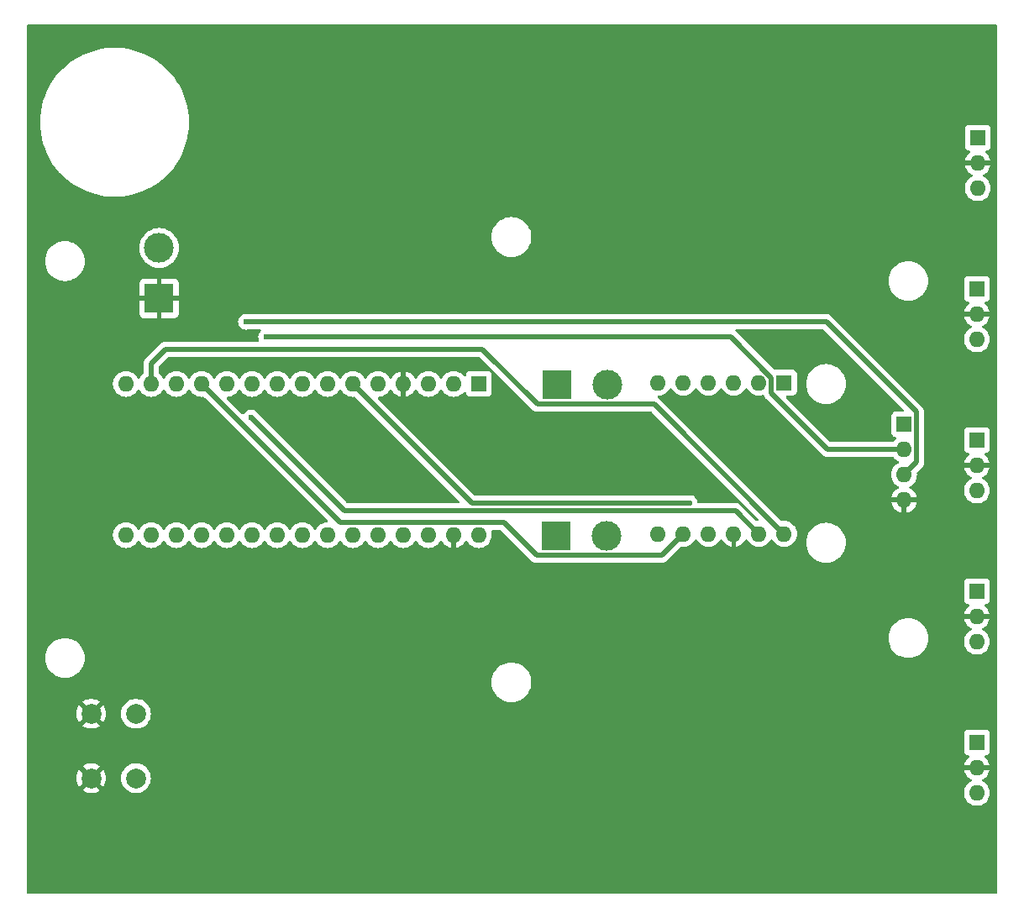
<source format=gbr>
%TF.GenerationSoftware,KiCad,Pcbnew,8.0.2*%
%TF.CreationDate,2024-09-22T08:40:02+02:00*%
%TF.ProjectId,FrenGP_robot,4672656e-4750-45f7-926f-626f742e6b69,rev?*%
%TF.SameCoordinates,Original*%
%TF.FileFunction,Copper,L2,Bot*%
%TF.FilePolarity,Positive*%
%FSLAX46Y46*%
G04 Gerber Fmt 4.6, Leading zero omitted, Abs format (unit mm)*
G04 Created by KiCad (PCBNEW 8.0.2) date 2024-09-22 08:40:02*
%MOMM*%
%LPD*%
G01*
G04 APERTURE LIST*
%TA.AperFunction,ComponentPad*%
%ADD10R,1.600000X1.600000*%
%TD*%
%TA.AperFunction,ComponentPad*%
%ADD11O,1.600000X1.600000*%
%TD*%
%TA.AperFunction,ComponentPad*%
%ADD12C,2.000000*%
%TD*%
%TA.AperFunction,ComponentPad*%
%ADD13R,3.000000X3.000000*%
%TD*%
%TA.AperFunction,ComponentPad*%
%ADD14C,3.000000*%
%TD*%
%TA.AperFunction,ViaPad*%
%ADD15C,0.600000*%
%TD*%
%TA.AperFunction,Conductor*%
%ADD16C,0.500000*%
%TD*%
G04 APERTURE END LIST*
D10*
%TO.P,U1,1,Vcc*%
%TO.N,+5V_MCU*%
X122000000Y-35560000D03*
D11*
%TO.P,U1,2,GND*%
%TO.N,GND*%
X122000000Y-38100000D03*
%TO.P,U1,3,OUT*%
%TO.N,IR1*%
X122000000Y-40640000D03*
%TD*%
D12*
%TO.P,SW1,1,1*%
%TO.N,GND*%
X32654700Y-100117800D03*
X32654700Y-93617800D03*
%TO.P,SW1,2,2*%
%TO.N,Net-(A1-D2)*%
X37154700Y-100117800D03*
X37154700Y-93617800D03*
%TD*%
D10*
%TO.P,U5,1,Vcc*%
%TO.N,+5V_MCU*%
X114574700Y-64445800D03*
D11*
%TO.P,U5,2,Trig*%
%TO.N,Trig*%
X114574700Y-66985800D03*
%TO.P,U5,3,Echo*%
%TO.N,Echo*%
X114574700Y-69525800D03*
%TO.P,U5,4,GND*%
%TO.N,GND*%
X114574700Y-72065800D03*
%TD*%
D10*
%TO.P,U4,1,Vcc*%
%TO.N,+5V_MCU*%
X121920000Y-66040000D03*
D11*
%TO.P,U4,2,GND*%
%TO.N,GND*%
X121920000Y-68580000D03*
%TO.P,U4,3,OUT*%
%TO.N,IR3*%
X121920000Y-71120000D03*
%TD*%
D10*
%TO.P,A1,1,D1/TX*%
%TO.N,unconnected-(A1-D1{slash}TX-Pad1)*%
X71704700Y-60375800D03*
D11*
%TO.P,A1,2,D0/RX*%
%TO.N,unconnected-(A1-D0{slash}RX-Pad2)*%
X69164700Y-60375800D03*
%TO.P,A1,3,~{RESET}*%
%TO.N,unconnected-(A1-~{RESET}-Pad3)*%
X66624700Y-60375800D03*
%TO.P,A1,4,GND*%
%TO.N,GND*%
X64084700Y-60375800D03*
%TO.P,A1,5,D2*%
%TO.N,Net-(A1-D2)*%
X61544700Y-60375800D03*
%TO.P,A1,6,D3*%
%TO.N,AIN1*%
X59004700Y-60375800D03*
%TO.P,A1,7,D4*%
%TO.N,unconnected-(A1-D4-Pad7)*%
X56464700Y-60375800D03*
%TO.P,A1,8,D5*%
%TO.N,unconnected-(A1-D5-Pad8)*%
X53924700Y-60375800D03*
%TO.P,A1,9,D6*%
%TO.N,unconnected-(A1-D6-Pad9)*%
X51384700Y-60375800D03*
%TO.P,A1,10,D7*%
%TO.N,Trig*%
X48844700Y-60375800D03*
%TO.P,A1,11,D8*%
%TO.N,Echo*%
X46304700Y-60375800D03*
%TO.P,A1,12,D9*%
%TO.N,AIN2*%
X43764700Y-60375800D03*
%TO.P,A1,13,D10*%
%TO.N,BIN1*%
X41224700Y-60375800D03*
%TO.P,A1,14,D11*%
%TO.N,BIN2*%
X38684700Y-60375800D03*
%TO.P,A1,15,D12*%
%TO.N,Net-(A1-D12)*%
X36144700Y-60375800D03*
%TO.P,A1,16,D13*%
%TO.N,unconnected-(A1-D13-Pad16)*%
X36144700Y-75615800D03*
%TO.P,A1,17,3V3*%
%TO.N,unconnected-(A1-3V3-Pad17)*%
X38684700Y-75615800D03*
%TO.P,A1,18,AREF*%
%TO.N,unconnected-(A1-AREF-Pad18)*%
X41224700Y-75615800D03*
%TO.P,A1,19,A0*%
%TO.N,IR5*%
X43764700Y-75615800D03*
%TO.P,A1,20,A1*%
%TO.N,IR4*%
X46304700Y-75615800D03*
%TO.P,A1,21,A2*%
%TO.N,IR3*%
X48844700Y-75615800D03*
%TO.P,A1,22,A3*%
%TO.N,IR2*%
X51384700Y-75615800D03*
%TO.P,A1,23,A4*%
%TO.N,IR1*%
X53924700Y-75615800D03*
%TO.P,A1,24,A5*%
%TO.N,unconnected-(A1-A5-Pad24)*%
X56464700Y-75615800D03*
%TO.P,A1,25,A6*%
%TO.N,unconnected-(A1-A6-Pad25)*%
X59004700Y-75615800D03*
%TO.P,A1,26,A7*%
%TO.N,unconnected-(A1-A7-Pad26)*%
X61544700Y-75615800D03*
%TO.P,A1,27,+5V*%
%TO.N,+5V_MCU*%
X64084700Y-75615800D03*
%TO.P,A1,28,~{RESET}*%
%TO.N,unconnected-(A1-~{RESET}-Pad28)*%
X66624700Y-75615800D03*
%TO.P,A1,29,GND*%
%TO.N,GND*%
X69164700Y-75615800D03*
%TO.P,A1,30,VIN*%
%TO.N,unconnected-(A1-VIN-Pad30)*%
X71704700Y-75615800D03*
%TD*%
D10*
%TO.P,U6,1,Vcc*%
%TO.N,+5V_MCU*%
X121920000Y-81280000D03*
D11*
%TO.P,U6,2,GND*%
%TO.N,GND*%
X121920000Y-83820000D03*
%TO.P,U6,3,OUT*%
%TO.N,IR4*%
X121920000Y-86360000D03*
%TD*%
D10*
%TO.P,U2,1,Sleep*%
%TO.N,unconnected-(U2-Sleep-Pad1)*%
X102489000Y-60252000D03*
D11*
%TO.P,U2,2,OUT1*%
%TO.N,Net-(J2-Pin_1)*%
X99949000Y-60252000D03*
%TO.P,U2,3,OUT2*%
%TO.N,Net-(J2-Pin_2)*%
X97409000Y-60252000D03*
%TO.P,U2,4,OUT3*%
%TO.N,Net-(J3-Pin_1)*%
X94869000Y-60252000D03*
%TO.P,U2,5,OUT4*%
%TO.N,Net-(J3-Pin_2)*%
X92329000Y-60252000D03*
%TO.P,U2,6,Fault*%
%TO.N,unconnected-(U2-Fault-Pad6)*%
X89789000Y-60252000D03*
%TO.P,U2,7,IN1*%
%TO.N,AIN1*%
X89789000Y-75492000D03*
%TO.P,U2,8,IN2*%
%TO.N,AIN2*%
X92329000Y-75492000D03*
%TO.P,U2,9,Vcc*%
%TO.N,+5V_bat*%
X94869000Y-75492000D03*
%TO.P,U2,10,GND*%
%TO.N,GND*%
X97409000Y-75492000D03*
%TO.P,U2,11,IN3*%
%TO.N,BIN1*%
X99949000Y-75492000D03*
%TO.P,U2,12,IN4*%
%TO.N,BIN2*%
X102489000Y-75492000D03*
%TD*%
D13*
%TO.P,J1,1,Pin_1*%
%TO.N,GND*%
X39497000Y-51743000D03*
D14*
%TO.P,J1,2,Pin_2*%
%TO.N,+5V_bat*%
X39497000Y-46663000D03*
%TD*%
D10*
%TO.P,U7,1,Vcc*%
%TO.N,+5V_MCU*%
X121920000Y-96520000D03*
D11*
%TO.P,U7,2,GND*%
%TO.N,GND*%
X121920000Y-99060000D03*
%TO.P,U7,3,OUT*%
%TO.N,IR5*%
X121920000Y-101600000D03*
%TD*%
D13*
%TO.P,J2,1,Pin_1*%
%TO.N,Net-(J2-Pin_1)*%
X79476600Y-75720600D03*
D14*
%TO.P,J2,2,Pin_2*%
%TO.N,Net-(J2-Pin_2)*%
X84556600Y-75720600D03*
%TD*%
D13*
%TO.P,J3,1,Pin_1*%
%TO.N,Net-(J3-Pin_1)*%
X79552800Y-60480600D03*
D14*
%TO.P,J3,2,Pin_2*%
%TO.N,Net-(J3-Pin_2)*%
X84632800Y-60480600D03*
%TD*%
D10*
%TO.P,U3,1,Vcc*%
%TO.N,+5V_MCU*%
X121920000Y-50800000D03*
D11*
%TO.P,U3,2,GND*%
%TO.N,GND*%
X121920000Y-53340000D03*
%TO.P,U3,3,OUT*%
%TO.N,IR2*%
X121920000Y-55880000D03*
%TD*%
D15*
%TO.N,GND*%
X98552000Y-77216000D03*
X119380000Y-99568000D03*
X58420000Y-45720000D03*
X90424000Y-91948000D03*
X101600000Y-68580000D03*
X111760000Y-45720000D03*
X90424000Y-89916000D03*
X100076000Y-77216000D03*
X104140000Y-83312000D03*
X102108000Y-83312000D03*
X96520000Y-77216000D03*
X43180000Y-68580000D03*
X73660000Y-68580000D03*
X40640000Y-66040000D03*
X108712000Y-72136000D03*
X104140000Y-78232000D03*
X102108000Y-66548000D03*
X106680000Y-63500000D03*
X82804000Y-68580000D03*
X58420000Y-48260000D03*
X107188000Y-73152000D03*
X50800000Y-71120000D03*
X106680000Y-79756000D03*
X81280000Y-68580000D03*
X106680000Y-55880000D03*
X114300000Y-43180000D03*
X119380000Y-60960000D03*
X45720000Y-71120000D03*
X121920000Y-45720000D03*
X55880000Y-66040000D03*
X111760000Y-60960000D03*
X102616000Y-81788000D03*
X119380000Y-96012000D03*
X58420000Y-66040000D03*
X104140000Y-81788000D03*
X83820000Y-68580000D03*
X106172000Y-81280000D03*
X107188000Y-72136000D03*
X121920000Y-43180000D03*
X103124000Y-79756000D03*
X101600000Y-72644000D03*
X60960000Y-48260000D03*
X87376000Y-89916000D03*
X119380000Y-98044000D03*
X103124000Y-78232000D03*
X81280000Y-91948000D03*
X104140000Y-55880000D03*
X108712000Y-70612000D03*
X107188000Y-70612000D03*
X87376000Y-91948000D03*
X101600000Y-55880000D03*
X68580000Y-63500000D03*
X43180000Y-66040000D03*
X101092000Y-66548000D03*
X102616000Y-84328000D03*
X108712000Y-73152000D03*
X66040000Y-63500000D03*
X58420000Y-63500000D03*
X81280000Y-89916000D03*
X105664000Y-72644000D03*
X83820000Y-89916000D03*
X111760000Y-43180000D03*
X82296000Y-68580000D03*
X101092000Y-72644000D03*
X105156000Y-79756000D03*
X97536000Y-77216000D03*
X99060000Y-68580000D03*
X103124000Y-66548000D03*
X83820000Y-91948000D03*
X55880000Y-63500000D03*
X40640000Y-68580000D03*
X114300000Y-45720000D03*
X100076000Y-66548000D03*
X71120000Y-68580000D03*
%TO.N,AIN1*%
X92964000Y-72390000D03*
%TO.N,BIN1*%
X48768000Y-63754000D03*
%TO.N,Echo*%
X48260000Y-54102000D03*
%TO.N,Trig*%
X50292000Y-55626000D03*
%TD*%
D16*
%TO.N,BIN2*%
X72068200Y-56896000D02*
X40132000Y-56896000D01*
X38684700Y-58343300D02*
X38684700Y-60375800D01*
X89427600Y-62430600D02*
X77602800Y-62430600D01*
X77602800Y-62430600D02*
X72068200Y-56896000D01*
X40132000Y-56896000D02*
X38684700Y-58343300D01*
X102489000Y-75492000D02*
X89427600Y-62430600D01*
%TO.N,AIN1*%
X92964000Y-72390000D02*
X71018900Y-72390000D01*
X71018900Y-72390000D02*
X59004700Y-60375800D01*
%TO.N,AIN2*%
X92329000Y-75492000D02*
X90150400Y-77670600D01*
X57754700Y-74365800D02*
X43764700Y-60375800D01*
X90150400Y-77670600D02*
X77526600Y-77670600D01*
X77526600Y-77670600D02*
X74221800Y-74365800D01*
X74221800Y-74365800D02*
X57754700Y-74365800D01*
%TO.N,BIN1*%
X99949000Y-75492000D02*
X97597000Y-73140000D01*
X97597000Y-73140000D02*
X58154000Y-73140000D01*
X58154000Y-73140000D02*
X48768000Y-63754000D01*
%TO.N,Echo*%
X114574700Y-69525800D02*
X115824700Y-68275800D01*
X115824700Y-68275800D02*
X115824700Y-63195800D01*
X106730900Y-54102000D02*
X48260000Y-54102000D01*
X115824700Y-63195800D02*
X106730900Y-54102000D01*
%TO.N,Trig*%
X97090767Y-55626000D02*
X50292000Y-55626000D01*
X101199000Y-61321000D02*
X101199000Y-59734233D01*
X106863800Y-66985800D02*
X101199000Y-61321000D01*
X101199000Y-59734233D02*
X97090767Y-55626000D01*
X114574700Y-66985800D02*
X106863800Y-66985800D01*
%TD*%
%TA.AperFunction,Conductor*%
%TO.N,GND*%
G36*
X71773009Y-57666185D02*
G01*
X71793651Y-57682819D01*
X77124380Y-63013548D01*
X77124384Y-63013551D01*
X77247298Y-63095680D01*
X77247311Y-63095687D01*
X77383882Y-63152256D01*
X77383887Y-63152258D01*
X77383891Y-63152258D01*
X77383892Y-63152259D01*
X77528879Y-63181100D01*
X77528882Y-63181100D01*
X77676717Y-63181100D01*
X89065370Y-63181100D01*
X89132409Y-63200785D01*
X89153051Y-63217419D01*
X99920199Y-73984567D01*
X99953684Y-74045890D01*
X99948700Y-74115582D01*
X99906828Y-74171515D01*
X99843325Y-74195776D01*
X99782138Y-74201129D01*
X99713638Y-74187362D01*
X99683650Y-74165282D01*
X98075421Y-72557052D01*
X98075414Y-72557046D01*
X98001729Y-72507812D01*
X98001729Y-72507813D01*
X97952491Y-72474913D01*
X97815917Y-72418343D01*
X97815907Y-72418340D01*
X97670920Y-72389500D01*
X97670918Y-72389500D01*
X93880322Y-72389500D01*
X93813283Y-72369815D01*
X93767528Y-72317011D01*
X93757102Y-72279383D01*
X93749369Y-72210750D01*
X93749368Y-72210748D01*
X93749368Y-72210745D01*
X93689789Y-72040478D01*
X93593816Y-71887738D01*
X93466262Y-71760184D01*
X93443243Y-71745720D01*
X93313523Y-71664211D01*
X93143254Y-71604631D01*
X93143249Y-71604630D01*
X92964004Y-71584435D01*
X92963996Y-71584435D01*
X92784750Y-71604630D01*
X92784745Y-71604631D01*
X92704983Y-71632542D01*
X92664028Y-71639500D01*
X71381129Y-71639500D01*
X71314090Y-71619815D01*
X71293448Y-71603181D01*
X61573499Y-61883231D01*
X61540014Y-61821908D01*
X61544998Y-61752216D01*
X61586870Y-61696283D01*
X61650370Y-61672023D01*
X61771392Y-61661435D01*
X61991196Y-61602539D01*
X62197434Y-61506368D01*
X62383839Y-61375847D01*
X62544747Y-61214939D01*
X62675268Y-61028534D01*
X62702595Y-60969929D01*
X62748764Y-60917495D01*
X62815957Y-60898342D01*
X62882839Y-60918557D01*
X62927357Y-60969933D01*
X62954565Y-61028282D01*
X63085042Y-61214620D01*
X63245879Y-61375457D01*
X63432217Y-61505934D01*
X63638373Y-61602065D01*
X63638382Y-61602069D01*
X63834699Y-61654672D01*
X63834700Y-61654671D01*
X63834700Y-60808812D01*
X63891707Y-60841725D01*
X64018874Y-60875800D01*
X64150526Y-60875800D01*
X64277693Y-60841725D01*
X64334700Y-60808812D01*
X64334700Y-61654672D01*
X64531017Y-61602069D01*
X64531026Y-61602065D01*
X64737182Y-61505934D01*
X64923520Y-61375457D01*
X65084357Y-61214620D01*
X65214832Y-61028284D01*
X65242041Y-60969934D01*
X65288213Y-60917495D01*
X65355407Y-60898342D01*
X65422288Y-60918557D01*
X65466806Y-60969933D01*
X65494131Y-61028532D01*
X65494132Y-61028534D01*
X65624654Y-61214941D01*
X65785558Y-61375845D01*
X65785561Y-61375847D01*
X65971966Y-61506368D01*
X66178204Y-61602539D01*
X66398008Y-61661435D01*
X66559930Y-61675601D01*
X66624698Y-61681268D01*
X66624700Y-61681268D01*
X66624702Y-61681268D01*
X66681507Y-61676298D01*
X66851392Y-61661435D01*
X67071196Y-61602539D01*
X67277434Y-61506368D01*
X67463839Y-61375847D01*
X67624747Y-61214939D01*
X67755268Y-61028534D01*
X67782318Y-60970524D01*
X67828490Y-60918085D01*
X67895683Y-60898933D01*
X67962565Y-60919148D01*
X68007082Y-60970525D01*
X68034129Y-61028528D01*
X68034132Y-61028534D01*
X68164654Y-61214941D01*
X68325558Y-61375845D01*
X68325561Y-61375847D01*
X68511966Y-61506368D01*
X68718204Y-61602539D01*
X68938008Y-61661435D01*
X69099930Y-61675601D01*
X69164698Y-61681268D01*
X69164700Y-61681268D01*
X69164702Y-61681268D01*
X69221507Y-61676298D01*
X69391392Y-61661435D01*
X69611196Y-61602539D01*
X69817434Y-61506368D01*
X70003839Y-61375847D01*
X70164747Y-61214939D01*
X70181972Y-61190339D01*
X70236548Y-61146713D01*
X70306046Y-61139518D01*
X70368401Y-61171039D01*
X70403816Y-61231268D01*
X70406838Y-61248206D01*
X70410608Y-61283283D01*
X70460902Y-61418128D01*
X70460906Y-61418135D01*
X70547152Y-61533344D01*
X70547155Y-61533347D01*
X70662364Y-61619593D01*
X70662371Y-61619597D01*
X70797217Y-61669891D01*
X70797216Y-61669891D01*
X70804144Y-61670635D01*
X70856827Y-61676300D01*
X72552572Y-61676299D01*
X72612183Y-61669891D01*
X72747031Y-61619596D01*
X72862246Y-61533346D01*
X72948496Y-61418131D01*
X72998791Y-61283283D01*
X73005200Y-61223673D01*
X73005199Y-59527928D01*
X72998791Y-59468317D01*
X72978107Y-59412861D01*
X72948497Y-59333471D01*
X72948493Y-59333464D01*
X72862247Y-59218255D01*
X72862244Y-59218252D01*
X72747035Y-59132006D01*
X72747028Y-59132002D01*
X72612182Y-59081708D01*
X72612183Y-59081708D01*
X72552583Y-59075301D01*
X72552581Y-59075300D01*
X72552573Y-59075300D01*
X72552564Y-59075300D01*
X70856829Y-59075300D01*
X70856823Y-59075301D01*
X70797216Y-59081708D01*
X70662371Y-59132002D01*
X70662364Y-59132006D01*
X70547155Y-59218252D01*
X70547152Y-59218255D01*
X70460906Y-59333464D01*
X70460902Y-59333471D01*
X70410608Y-59468316D01*
X70406837Y-59503396D01*
X70380098Y-59567946D01*
X70322706Y-59607794D01*
X70252880Y-59610287D01*
X70192792Y-59574634D01*
X70181973Y-59561262D01*
X70164745Y-59536658D01*
X70003841Y-59375754D01*
X69817434Y-59245232D01*
X69817432Y-59245231D01*
X69611197Y-59149061D01*
X69611188Y-59149058D01*
X69391397Y-59090166D01*
X69391393Y-59090165D01*
X69391392Y-59090165D01*
X69391391Y-59090164D01*
X69391386Y-59090164D01*
X69164702Y-59070332D01*
X69164698Y-59070332D01*
X68938013Y-59090164D01*
X68938002Y-59090166D01*
X68718211Y-59149058D01*
X68718202Y-59149061D01*
X68511967Y-59245231D01*
X68511965Y-59245232D01*
X68325558Y-59375754D01*
X68164654Y-59536658D01*
X68034132Y-59723065D01*
X68034131Y-59723067D01*
X68007082Y-59781075D01*
X67960909Y-59833514D01*
X67893716Y-59852666D01*
X67826835Y-59832450D01*
X67782318Y-59781075D01*
X67755268Y-59723066D01*
X67624747Y-59536661D01*
X67624745Y-59536658D01*
X67463841Y-59375754D01*
X67277434Y-59245232D01*
X67277432Y-59245231D01*
X67071197Y-59149061D01*
X67071188Y-59149058D01*
X66851397Y-59090166D01*
X66851393Y-59090165D01*
X66851392Y-59090165D01*
X66851391Y-59090164D01*
X66851386Y-59090164D01*
X66624702Y-59070332D01*
X66624698Y-59070332D01*
X66398013Y-59090164D01*
X66398002Y-59090166D01*
X66178211Y-59149058D01*
X66178202Y-59149061D01*
X65971967Y-59245231D01*
X65971965Y-59245232D01*
X65785558Y-59375754D01*
X65624654Y-59536658D01*
X65531956Y-59669047D01*
X65494132Y-59723066D01*
X65494015Y-59723318D01*
X65466806Y-59781667D01*
X65420633Y-59834106D01*
X65353439Y-59853257D01*
X65286558Y-59833041D01*
X65242042Y-59781665D01*
X65214835Y-59723320D01*
X65214834Y-59723318D01*
X65084357Y-59536979D01*
X64923520Y-59376142D01*
X64737182Y-59245665D01*
X64531028Y-59149534D01*
X64334700Y-59096927D01*
X64334700Y-59942788D01*
X64277693Y-59909875D01*
X64150526Y-59875800D01*
X64018874Y-59875800D01*
X63891707Y-59909875D01*
X63834700Y-59942788D01*
X63834700Y-59096927D01*
X63638371Y-59149534D01*
X63432217Y-59245665D01*
X63245879Y-59376142D01*
X63085042Y-59536979D01*
X62954567Y-59723315D01*
X62927357Y-59781667D01*
X62881184Y-59834106D01*
X62813990Y-59853257D01*
X62747109Y-59833041D01*
X62702593Y-59781665D01*
X62677972Y-59728866D01*
X62675268Y-59723066D01*
X62544747Y-59536661D01*
X62544745Y-59536658D01*
X62383841Y-59375754D01*
X62197434Y-59245232D01*
X62197432Y-59245231D01*
X61991197Y-59149061D01*
X61991188Y-59149058D01*
X61771397Y-59090166D01*
X61771393Y-59090165D01*
X61771392Y-59090165D01*
X61771391Y-59090164D01*
X61771386Y-59090164D01*
X61544702Y-59070332D01*
X61544698Y-59070332D01*
X61318013Y-59090164D01*
X61318002Y-59090166D01*
X61098211Y-59149058D01*
X61098202Y-59149061D01*
X60891967Y-59245231D01*
X60891965Y-59245232D01*
X60705558Y-59375754D01*
X60544654Y-59536658D01*
X60414132Y-59723065D01*
X60414131Y-59723067D01*
X60387082Y-59781075D01*
X60340909Y-59833514D01*
X60273716Y-59852666D01*
X60206835Y-59832450D01*
X60162318Y-59781075D01*
X60135268Y-59723066D01*
X60004747Y-59536661D01*
X60004745Y-59536658D01*
X59843841Y-59375754D01*
X59657434Y-59245232D01*
X59657432Y-59245231D01*
X59451197Y-59149061D01*
X59451188Y-59149058D01*
X59231397Y-59090166D01*
X59231393Y-59090165D01*
X59231392Y-59090165D01*
X59231391Y-59090164D01*
X59231386Y-59090164D01*
X59004702Y-59070332D01*
X59004698Y-59070332D01*
X58778013Y-59090164D01*
X58778002Y-59090166D01*
X58558211Y-59149058D01*
X58558202Y-59149061D01*
X58351967Y-59245231D01*
X58351965Y-59245232D01*
X58165558Y-59375754D01*
X58004654Y-59536658D01*
X57874132Y-59723065D01*
X57874131Y-59723067D01*
X57847082Y-59781075D01*
X57800909Y-59833514D01*
X57733716Y-59852666D01*
X57666835Y-59832450D01*
X57622318Y-59781075D01*
X57595268Y-59723066D01*
X57464747Y-59536661D01*
X57464745Y-59536658D01*
X57303841Y-59375754D01*
X57117434Y-59245232D01*
X57117432Y-59245231D01*
X56911197Y-59149061D01*
X56911188Y-59149058D01*
X56691397Y-59090166D01*
X56691393Y-59090165D01*
X56691392Y-59090165D01*
X56691391Y-59090164D01*
X56691386Y-59090164D01*
X56464702Y-59070332D01*
X56464698Y-59070332D01*
X56238013Y-59090164D01*
X56238002Y-59090166D01*
X56018211Y-59149058D01*
X56018202Y-59149061D01*
X55811967Y-59245231D01*
X55811965Y-59245232D01*
X55625558Y-59375754D01*
X55464654Y-59536658D01*
X55334132Y-59723065D01*
X55334131Y-59723067D01*
X55307082Y-59781075D01*
X55260909Y-59833514D01*
X55193716Y-59852666D01*
X55126835Y-59832450D01*
X55082318Y-59781075D01*
X55055268Y-59723066D01*
X54924747Y-59536661D01*
X54924745Y-59536658D01*
X54763841Y-59375754D01*
X54577434Y-59245232D01*
X54577432Y-59245231D01*
X54371197Y-59149061D01*
X54371188Y-59149058D01*
X54151397Y-59090166D01*
X54151393Y-59090165D01*
X54151392Y-59090165D01*
X54151391Y-59090164D01*
X54151386Y-59090164D01*
X53924702Y-59070332D01*
X53924698Y-59070332D01*
X53698013Y-59090164D01*
X53698002Y-59090166D01*
X53478211Y-59149058D01*
X53478202Y-59149061D01*
X53271967Y-59245231D01*
X53271965Y-59245232D01*
X53085558Y-59375754D01*
X52924654Y-59536658D01*
X52794132Y-59723065D01*
X52794131Y-59723067D01*
X52767082Y-59781075D01*
X52720909Y-59833514D01*
X52653716Y-59852666D01*
X52586835Y-59832450D01*
X52542318Y-59781075D01*
X52515268Y-59723066D01*
X52384747Y-59536661D01*
X52384745Y-59536658D01*
X52223841Y-59375754D01*
X52037434Y-59245232D01*
X52037432Y-59245231D01*
X51831197Y-59149061D01*
X51831188Y-59149058D01*
X51611397Y-59090166D01*
X51611393Y-59090165D01*
X51611392Y-59090165D01*
X51611391Y-59090164D01*
X51611386Y-59090164D01*
X51384702Y-59070332D01*
X51384698Y-59070332D01*
X51158013Y-59090164D01*
X51158002Y-59090166D01*
X50938211Y-59149058D01*
X50938202Y-59149061D01*
X50731967Y-59245231D01*
X50731965Y-59245232D01*
X50545558Y-59375754D01*
X50384654Y-59536658D01*
X50254132Y-59723065D01*
X50254131Y-59723067D01*
X50227082Y-59781075D01*
X50180909Y-59833514D01*
X50113716Y-59852666D01*
X50046835Y-59832450D01*
X50002318Y-59781075D01*
X49975268Y-59723066D01*
X49844747Y-59536661D01*
X49844745Y-59536658D01*
X49683841Y-59375754D01*
X49497434Y-59245232D01*
X49497432Y-59245231D01*
X49291197Y-59149061D01*
X49291188Y-59149058D01*
X49071397Y-59090166D01*
X49071393Y-59090165D01*
X49071392Y-59090165D01*
X49071391Y-59090164D01*
X49071386Y-59090164D01*
X48844702Y-59070332D01*
X48844698Y-59070332D01*
X48618013Y-59090164D01*
X48618002Y-59090166D01*
X48398211Y-59149058D01*
X48398202Y-59149061D01*
X48191967Y-59245231D01*
X48191965Y-59245232D01*
X48005558Y-59375754D01*
X47844654Y-59536658D01*
X47714132Y-59723065D01*
X47714131Y-59723067D01*
X47687082Y-59781075D01*
X47640909Y-59833514D01*
X47573716Y-59852666D01*
X47506835Y-59832450D01*
X47462318Y-59781075D01*
X47435268Y-59723066D01*
X47304747Y-59536661D01*
X47304745Y-59536658D01*
X47143841Y-59375754D01*
X46957434Y-59245232D01*
X46957432Y-59245231D01*
X46751197Y-59149061D01*
X46751188Y-59149058D01*
X46531397Y-59090166D01*
X46531393Y-59090165D01*
X46531392Y-59090165D01*
X46531391Y-59090164D01*
X46531386Y-59090164D01*
X46304702Y-59070332D01*
X46304698Y-59070332D01*
X46078013Y-59090164D01*
X46078002Y-59090166D01*
X45858211Y-59149058D01*
X45858202Y-59149061D01*
X45651967Y-59245231D01*
X45651965Y-59245232D01*
X45465558Y-59375754D01*
X45304654Y-59536658D01*
X45174132Y-59723065D01*
X45174131Y-59723067D01*
X45147082Y-59781075D01*
X45100909Y-59833514D01*
X45033716Y-59852666D01*
X44966835Y-59832450D01*
X44922318Y-59781075D01*
X44895268Y-59723066D01*
X44764747Y-59536661D01*
X44764745Y-59536658D01*
X44603841Y-59375754D01*
X44417434Y-59245232D01*
X44417432Y-59245231D01*
X44211197Y-59149061D01*
X44211188Y-59149058D01*
X43991397Y-59090166D01*
X43991393Y-59090165D01*
X43991392Y-59090165D01*
X43991391Y-59090164D01*
X43991386Y-59090164D01*
X43764702Y-59070332D01*
X43764698Y-59070332D01*
X43538013Y-59090164D01*
X43538002Y-59090166D01*
X43318211Y-59149058D01*
X43318202Y-59149061D01*
X43111967Y-59245231D01*
X43111965Y-59245232D01*
X42925558Y-59375754D01*
X42764654Y-59536658D01*
X42634132Y-59723065D01*
X42634131Y-59723067D01*
X42607082Y-59781075D01*
X42560909Y-59833514D01*
X42493716Y-59852666D01*
X42426835Y-59832450D01*
X42382318Y-59781075D01*
X42355268Y-59723066D01*
X42224747Y-59536661D01*
X42224745Y-59536658D01*
X42063841Y-59375754D01*
X41877434Y-59245232D01*
X41877432Y-59245231D01*
X41671197Y-59149061D01*
X41671188Y-59149058D01*
X41451397Y-59090166D01*
X41451393Y-59090165D01*
X41451392Y-59090165D01*
X41451391Y-59090164D01*
X41451386Y-59090164D01*
X41224702Y-59070332D01*
X41224698Y-59070332D01*
X40998013Y-59090164D01*
X40998002Y-59090166D01*
X40778211Y-59149058D01*
X40778202Y-59149061D01*
X40571967Y-59245231D01*
X40571965Y-59245232D01*
X40385558Y-59375754D01*
X40224654Y-59536658D01*
X40094132Y-59723065D01*
X40094131Y-59723067D01*
X40067082Y-59781075D01*
X40020909Y-59833514D01*
X39953716Y-59852666D01*
X39886835Y-59832450D01*
X39842318Y-59781075D01*
X39815268Y-59723066D01*
X39684747Y-59536661D01*
X39523839Y-59375753D01*
X39519073Y-59372415D01*
X39488075Y-59350710D01*
X39444451Y-59296132D01*
X39435200Y-59249136D01*
X39435200Y-58705529D01*
X39454885Y-58638490D01*
X39471519Y-58617848D01*
X40406548Y-57682819D01*
X40467871Y-57649334D01*
X40494229Y-57646500D01*
X71705970Y-57646500D01*
X71773009Y-57666185D01*
G37*
%TD.AperFunction*%
%TA.AperFunction,Conductor*%
G36*
X57802565Y-60919148D02*
G01*
X57847082Y-60970525D01*
X57874129Y-61028528D01*
X57874132Y-61028534D01*
X58004654Y-61214941D01*
X58165558Y-61375845D01*
X58165561Y-61375847D01*
X58351966Y-61506368D01*
X58558204Y-61602539D01*
X58778008Y-61661435D01*
X58939930Y-61675601D01*
X59004698Y-61681268D01*
X59004700Y-61681268D01*
X59004701Y-61681268D01*
X59024762Y-61679512D01*
X59171561Y-61666669D01*
X59240059Y-61680435D01*
X59270048Y-61702516D01*
X64515015Y-66947483D01*
X69745352Y-72177819D01*
X69778837Y-72239142D01*
X69773853Y-72308834D01*
X69731981Y-72364767D01*
X69666517Y-72389184D01*
X69657671Y-72389500D01*
X58516229Y-72389500D01*
X58449190Y-72369815D01*
X58428548Y-72353181D01*
X49521307Y-63445940D01*
X49498651Y-63409867D01*
X49496811Y-63410754D01*
X49493789Y-63404478D01*
X49420761Y-63288255D01*
X49397816Y-63251738D01*
X49270262Y-63124184D01*
X49264506Y-63120567D01*
X49117523Y-63028211D01*
X48947254Y-62968631D01*
X48947249Y-62968630D01*
X48768004Y-62948435D01*
X48767996Y-62948435D01*
X48588750Y-62968630D01*
X48588745Y-62968631D01*
X48418476Y-63028211D01*
X48265737Y-63124184D01*
X48138182Y-63251739D01*
X48052597Y-63387947D01*
X48000263Y-63434237D01*
X47931209Y-63444885D01*
X47867361Y-63416510D01*
X47859923Y-63409655D01*
X46333499Y-61883231D01*
X46300014Y-61821908D01*
X46304998Y-61752216D01*
X46346870Y-61696283D01*
X46410370Y-61672023D01*
X46531392Y-61661435D01*
X46751196Y-61602539D01*
X46957434Y-61506368D01*
X47143839Y-61375847D01*
X47304747Y-61214939D01*
X47435268Y-61028534D01*
X47462318Y-60970524D01*
X47508490Y-60918085D01*
X47575683Y-60898933D01*
X47642565Y-60919148D01*
X47687082Y-60970525D01*
X47714129Y-61028528D01*
X47714132Y-61028534D01*
X47844654Y-61214941D01*
X48005558Y-61375845D01*
X48005561Y-61375847D01*
X48191966Y-61506368D01*
X48398204Y-61602539D01*
X48618008Y-61661435D01*
X48779930Y-61675601D01*
X48844698Y-61681268D01*
X48844700Y-61681268D01*
X48844702Y-61681268D01*
X48901507Y-61676298D01*
X49071392Y-61661435D01*
X49291196Y-61602539D01*
X49497434Y-61506368D01*
X49683839Y-61375847D01*
X49844747Y-61214939D01*
X49975268Y-61028534D01*
X50002318Y-60970524D01*
X50048490Y-60918085D01*
X50115683Y-60898933D01*
X50182565Y-60919148D01*
X50227082Y-60970525D01*
X50254129Y-61028528D01*
X50254132Y-61028534D01*
X50384654Y-61214941D01*
X50545558Y-61375845D01*
X50545561Y-61375847D01*
X50731966Y-61506368D01*
X50938204Y-61602539D01*
X51158008Y-61661435D01*
X51319930Y-61675601D01*
X51384698Y-61681268D01*
X51384700Y-61681268D01*
X51384702Y-61681268D01*
X51441507Y-61676298D01*
X51611392Y-61661435D01*
X51831196Y-61602539D01*
X52037434Y-61506368D01*
X52223839Y-61375847D01*
X52384747Y-61214939D01*
X52515268Y-61028534D01*
X52542318Y-60970524D01*
X52588490Y-60918085D01*
X52655683Y-60898933D01*
X52722565Y-60919148D01*
X52767082Y-60970525D01*
X52794129Y-61028528D01*
X52794132Y-61028534D01*
X52924654Y-61214941D01*
X53085558Y-61375845D01*
X53085561Y-61375847D01*
X53271966Y-61506368D01*
X53478204Y-61602539D01*
X53698008Y-61661435D01*
X53859930Y-61675601D01*
X53924698Y-61681268D01*
X53924700Y-61681268D01*
X53924702Y-61681268D01*
X53981507Y-61676298D01*
X54151392Y-61661435D01*
X54371196Y-61602539D01*
X54577434Y-61506368D01*
X54763839Y-61375847D01*
X54924747Y-61214939D01*
X55055268Y-61028534D01*
X55082318Y-60970524D01*
X55128490Y-60918085D01*
X55195683Y-60898933D01*
X55262565Y-60919148D01*
X55307082Y-60970525D01*
X55334129Y-61028528D01*
X55334132Y-61028534D01*
X55464654Y-61214941D01*
X55625558Y-61375845D01*
X55625561Y-61375847D01*
X55811966Y-61506368D01*
X56018204Y-61602539D01*
X56238008Y-61661435D01*
X56399930Y-61675601D01*
X56464698Y-61681268D01*
X56464700Y-61681268D01*
X56464702Y-61681268D01*
X56521507Y-61676298D01*
X56691392Y-61661435D01*
X56911196Y-61602539D01*
X57117434Y-61506368D01*
X57303839Y-61375847D01*
X57464747Y-61214939D01*
X57595268Y-61028534D01*
X57622318Y-60970524D01*
X57668490Y-60918085D01*
X57735683Y-60898933D01*
X57802565Y-60919148D01*
G37*
%TD.AperFunction*%
%TA.AperFunction,Conductor*%
G36*
X106435709Y-54872185D02*
G01*
X106456351Y-54888819D01*
X110552378Y-58984846D01*
X114501152Y-62933619D01*
X114534637Y-62994942D01*
X114529653Y-63064634D01*
X114487781Y-63120567D01*
X114422317Y-63144984D01*
X114413471Y-63145300D01*
X113726829Y-63145300D01*
X113726823Y-63145301D01*
X113667216Y-63151708D01*
X113532371Y-63202002D01*
X113532364Y-63202006D01*
X113417155Y-63288252D01*
X113417152Y-63288255D01*
X113330906Y-63403464D01*
X113330902Y-63403471D01*
X113280608Y-63538317D01*
X113274201Y-63597916D01*
X113274200Y-63597935D01*
X113274200Y-65293670D01*
X113274201Y-65293676D01*
X113280608Y-65353283D01*
X113330902Y-65488128D01*
X113330906Y-65488135D01*
X113417152Y-65603344D01*
X113417155Y-65603347D01*
X113532364Y-65689593D01*
X113532371Y-65689597D01*
X113577318Y-65706361D01*
X113667217Y-65739891D01*
X113702296Y-65743662D01*
X113766844Y-65770399D01*
X113806693Y-65827791D01*
X113809188Y-65897616D01*
X113773536Y-65957705D01*
X113760164Y-65968525D01*
X113735558Y-65985754D01*
X113574654Y-66146658D01*
X113549612Y-66182423D01*
X113495035Y-66226048D01*
X113448037Y-66235300D01*
X107226030Y-66235300D01*
X107158991Y-66215615D01*
X107138349Y-66198981D01*
X102703548Y-61764180D01*
X102670063Y-61702857D01*
X102675047Y-61633165D01*
X102716919Y-61577232D01*
X102782383Y-61552815D01*
X102791229Y-61552499D01*
X103336871Y-61552499D01*
X103336872Y-61552499D01*
X103396483Y-61546091D01*
X103531331Y-61495796D01*
X103646546Y-61409546D01*
X103732796Y-61294331D01*
X103783091Y-61159483D01*
X103789500Y-61099873D01*
X103789500Y-60375798D01*
X104699090Y-60375798D01*
X104699090Y-60375801D01*
X104719504Y-60661233D01*
X104780328Y-60940837D01*
X104780330Y-60940843D01*
X104780331Y-60940846D01*
X104844572Y-61113083D01*
X104880335Y-61208966D01*
X105017470Y-61460109D01*
X105017475Y-61460117D01*
X105188954Y-61689187D01*
X105188970Y-61689205D01*
X105391294Y-61891529D01*
X105391312Y-61891545D01*
X105620382Y-62063024D01*
X105620390Y-62063029D01*
X105871533Y-62200164D01*
X105871532Y-62200164D01*
X105871536Y-62200165D01*
X105871539Y-62200167D01*
X106139654Y-62300169D01*
X106139660Y-62300170D01*
X106139662Y-62300171D01*
X106419266Y-62360995D01*
X106419268Y-62360995D01*
X106419272Y-62360996D01*
X106672920Y-62379137D01*
X106704699Y-62381410D01*
X106704700Y-62381410D01*
X106704701Y-62381410D01*
X106733295Y-62379364D01*
X106990128Y-62360996D01*
X107269746Y-62300169D01*
X107537861Y-62200167D01*
X107789015Y-62063026D01*
X108018095Y-61891539D01*
X108220439Y-61689195D01*
X108391926Y-61460115D01*
X108529067Y-61208961D01*
X108629069Y-60940846D01*
X108689896Y-60661228D01*
X108710310Y-60375800D01*
X108689896Y-60090372D01*
X108675743Y-60025313D01*
X108629071Y-59810762D01*
X108629070Y-59810760D01*
X108629069Y-59810754D01*
X108529067Y-59542639D01*
X108525976Y-59536979D01*
X108391929Y-59291490D01*
X108391924Y-59291482D01*
X108220445Y-59062412D01*
X108220429Y-59062394D01*
X108018105Y-58860070D01*
X108018087Y-58860054D01*
X107789017Y-58688575D01*
X107789009Y-58688570D01*
X107537866Y-58551435D01*
X107537867Y-58551435D01*
X107363793Y-58486509D01*
X107269746Y-58451431D01*
X107269743Y-58451430D01*
X107269737Y-58451428D01*
X106990133Y-58390604D01*
X106704701Y-58370190D01*
X106704699Y-58370190D01*
X106419266Y-58390604D01*
X106139662Y-58451428D01*
X105871533Y-58551435D01*
X105620390Y-58688570D01*
X105620382Y-58688575D01*
X105391312Y-58860054D01*
X105391294Y-58860070D01*
X105188970Y-59062394D01*
X105188954Y-59062412D01*
X105017475Y-59291482D01*
X105017470Y-59291490D01*
X104880335Y-59542633D01*
X104780328Y-59810762D01*
X104719504Y-60090366D01*
X104699090Y-60375798D01*
X103789500Y-60375798D01*
X103789499Y-59404128D01*
X103783091Y-59344517D01*
X103778970Y-59333469D01*
X103732797Y-59209671D01*
X103732793Y-59209664D01*
X103646547Y-59094455D01*
X103646544Y-59094452D01*
X103531335Y-59008206D01*
X103531328Y-59008202D01*
X103396482Y-58957908D01*
X103396483Y-58957908D01*
X103336883Y-58951501D01*
X103336881Y-58951500D01*
X103336873Y-58951500D01*
X103336864Y-58951500D01*
X101641129Y-58951500D01*
X101641123Y-58951501D01*
X101581512Y-58957909D01*
X101573969Y-58959692D01*
X101573423Y-58957385D01*
X101515467Y-58961517D01*
X101454173Y-58928038D01*
X97590317Y-55064181D01*
X97556832Y-55002858D01*
X97561816Y-54933166D01*
X97603688Y-54877233D01*
X97669152Y-54852816D01*
X97677998Y-54852500D01*
X106368670Y-54852500D01*
X106435709Y-54872185D01*
G37*
%TD.AperFunction*%
%TA.AperFunction,Conductor*%
G36*
X123895039Y-24149685D02*
G01*
X123940794Y-24202489D01*
X123952000Y-24254000D01*
X123952000Y-111636000D01*
X123932315Y-111703039D01*
X123879511Y-111748794D01*
X123828000Y-111760000D01*
X26286000Y-111760000D01*
X26218961Y-111740315D01*
X26173206Y-111687511D01*
X26162000Y-111636000D01*
X26162000Y-100117794D01*
X31149559Y-100117794D01*
X31149559Y-100117805D01*
X31170085Y-100365529D01*
X31170087Y-100365538D01*
X31231112Y-100606517D01*
X31330966Y-100834164D01*
X31431264Y-100987682D01*
X32130912Y-100288034D01*
X32142182Y-100330092D01*
X32214590Y-100455508D01*
X32316992Y-100557910D01*
X32442408Y-100630318D01*
X32484465Y-100641587D01*
X31784642Y-101341409D01*
X31831468Y-101377855D01*
X31831470Y-101377856D01*
X32050085Y-101496164D01*
X32050096Y-101496169D01*
X32285206Y-101576883D01*
X32530407Y-101617800D01*
X32778993Y-101617800D01*
X33024193Y-101576883D01*
X33259303Y-101496169D01*
X33259314Y-101496164D01*
X33477928Y-101377857D01*
X33477931Y-101377855D01*
X33524756Y-101341409D01*
X32824934Y-100641587D01*
X32866992Y-100630318D01*
X32992408Y-100557910D01*
X33094810Y-100455508D01*
X33167218Y-100330092D01*
X33178487Y-100288034D01*
X33878134Y-100987682D01*
X33978431Y-100834169D01*
X34078287Y-100606517D01*
X34139312Y-100365538D01*
X34139314Y-100365529D01*
X34159841Y-100117805D01*
X34159841Y-100117794D01*
X35649057Y-100117794D01*
X35649057Y-100117805D01*
X35669590Y-100365612D01*
X35669592Y-100365624D01*
X35730636Y-100606681D01*
X35830526Y-100834406D01*
X35966533Y-101042582D01*
X35966536Y-101042585D01*
X36134956Y-101225538D01*
X36331191Y-101378274D01*
X36331193Y-101378275D01*
X36549032Y-101496164D01*
X36549890Y-101496628D01*
X36768841Y-101571794D01*
X36783664Y-101576883D01*
X36785086Y-101577371D01*
X37030365Y-101618300D01*
X37279035Y-101618300D01*
X37388715Y-101599998D01*
X120614532Y-101599998D01*
X120614532Y-101600001D01*
X120634364Y-101826686D01*
X120634366Y-101826697D01*
X120693258Y-102046488D01*
X120693261Y-102046497D01*
X120789431Y-102252732D01*
X120789432Y-102252734D01*
X120919954Y-102439141D01*
X121080858Y-102600045D01*
X121080861Y-102600047D01*
X121267266Y-102730568D01*
X121473504Y-102826739D01*
X121693308Y-102885635D01*
X121855230Y-102899801D01*
X121919998Y-102905468D01*
X121920000Y-102905468D01*
X121920002Y-102905468D01*
X121976673Y-102900509D01*
X122146692Y-102885635D01*
X122366496Y-102826739D01*
X122572734Y-102730568D01*
X122759139Y-102600047D01*
X122920047Y-102439139D01*
X123050568Y-102252734D01*
X123146739Y-102046496D01*
X123205635Y-101826692D01*
X123225468Y-101600000D01*
X123205635Y-101373308D01*
X123146739Y-101153504D01*
X123050568Y-100947266D01*
X122920047Y-100760861D01*
X122920045Y-100760858D01*
X122759141Y-100599954D01*
X122572734Y-100469432D01*
X122572732Y-100469431D01*
X122542874Y-100455508D01*
X122514132Y-100442105D01*
X122461694Y-100395934D01*
X122442542Y-100328740D01*
X122462758Y-100261859D01*
X122514134Y-100217341D01*
X122572484Y-100190132D01*
X122758820Y-100059657D01*
X122919657Y-99898820D01*
X123050134Y-99712482D01*
X123146265Y-99506326D01*
X123146269Y-99506317D01*
X123198872Y-99310000D01*
X122235686Y-99310000D01*
X122240080Y-99305606D01*
X122292741Y-99214394D01*
X122320000Y-99112661D01*
X122320000Y-99007339D01*
X122292741Y-98905606D01*
X122240080Y-98814394D01*
X122235686Y-98810000D01*
X123198872Y-98810000D01*
X123198872Y-98809999D01*
X123146269Y-98613682D01*
X123146265Y-98613673D01*
X123050134Y-98407517D01*
X122919657Y-98221179D01*
X122758820Y-98060342D01*
X122733779Y-98042808D01*
X122690154Y-97988230D01*
X122682962Y-97918732D01*
X122714484Y-97856377D01*
X122774714Y-97820964D01*
X122791650Y-97817943D01*
X122827483Y-97814091D01*
X122962328Y-97763797D01*
X122962327Y-97763797D01*
X122962331Y-97763796D01*
X123077546Y-97677546D01*
X123163796Y-97562331D01*
X123214091Y-97427483D01*
X123220500Y-97367873D01*
X123220499Y-95672128D01*
X123214091Y-95612517D01*
X123163796Y-95477669D01*
X123163795Y-95477668D01*
X123163793Y-95477664D01*
X123077547Y-95362455D01*
X123077544Y-95362452D01*
X122962335Y-95276206D01*
X122962328Y-95276202D01*
X122827482Y-95225908D01*
X122827483Y-95225908D01*
X122767883Y-95219501D01*
X122767881Y-95219500D01*
X122767873Y-95219500D01*
X122767864Y-95219500D01*
X121072129Y-95219500D01*
X121072123Y-95219501D01*
X121012516Y-95225908D01*
X120877671Y-95276202D01*
X120877664Y-95276206D01*
X120762455Y-95362452D01*
X120762452Y-95362455D01*
X120676206Y-95477664D01*
X120676202Y-95477671D01*
X120625908Y-95612517D01*
X120619501Y-95672116D01*
X120619501Y-95672123D01*
X120619500Y-95672135D01*
X120619500Y-97367870D01*
X120619501Y-97367876D01*
X120625908Y-97427483D01*
X120676202Y-97562328D01*
X120676206Y-97562335D01*
X120762452Y-97677544D01*
X120762455Y-97677547D01*
X120877664Y-97763793D01*
X120877671Y-97763797D01*
X121012513Y-97814090D01*
X121012514Y-97814090D01*
X121012517Y-97814091D01*
X121048353Y-97817944D01*
X121112901Y-97844679D01*
X121152751Y-97902070D01*
X121155246Y-97971896D01*
X121119595Y-98031985D01*
X121106223Y-98042805D01*
X121081182Y-98060339D01*
X120920342Y-98221179D01*
X120789865Y-98407517D01*
X120693734Y-98613673D01*
X120693730Y-98613682D01*
X120641127Y-98809999D01*
X120641128Y-98810000D01*
X121604314Y-98810000D01*
X121599920Y-98814394D01*
X121547259Y-98905606D01*
X121520000Y-99007339D01*
X121520000Y-99112661D01*
X121547259Y-99214394D01*
X121599920Y-99305606D01*
X121604314Y-99310000D01*
X120641128Y-99310000D01*
X120693730Y-99506317D01*
X120693734Y-99506326D01*
X120789865Y-99712482D01*
X120920342Y-99898820D01*
X121081179Y-100059657D01*
X121267518Y-100190134D01*
X121267520Y-100190135D01*
X121325865Y-100217342D01*
X121378305Y-100263514D01*
X121397457Y-100330707D01*
X121377242Y-100397589D01*
X121325867Y-100442105D01*
X121297126Y-100455508D01*
X121267264Y-100469433D01*
X121080858Y-100599954D01*
X120919954Y-100760858D01*
X120789432Y-100947265D01*
X120789431Y-100947267D01*
X120693261Y-101153502D01*
X120693258Y-101153511D01*
X120634366Y-101373302D01*
X120634364Y-101373313D01*
X120614532Y-101599998D01*
X37388715Y-101599998D01*
X37524314Y-101577371D01*
X37759510Y-101496628D01*
X37978209Y-101378274D01*
X38174444Y-101225538D01*
X38342864Y-101042585D01*
X38478873Y-100834407D01*
X38578763Y-100606681D01*
X38639808Y-100365621D01*
X38654343Y-100190209D01*
X38660343Y-100117805D01*
X38660343Y-100117794D01*
X38639809Y-99869987D01*
X38639807Y-99869975D01*
X38578763Y-99628918D01*
X38478873Y-99401193D01*
X38342866Y-99193017D01*
X38268893Y-99112661D01*
X38174444Y-99010062D01*
X37978209Y-98857326D01*
X37978207Y-98857325D01*
X37978206Y-98857324D01*
X37759511Y-98738972D01*
X37759502Y-98738969D01*
X37524316Y-98658229D01*
X37279035Y-98617300D01*
X37030365Y-98617300D01*
X36785083Y-98658229D01*
X36549897Y-98738969D01*
X36549888Y-98738972D01*
X36331193Y-98857324D01*
X36134957Y-99010061D01*
X35966533Y-99193017D01*
X35830526Y-99401193D01*
X35730636Y-99628918D01*
X35669592Y-99869975D01*
X35669590Y-99869987D01*
X35649057Y-100117794D01*
X34159841Y-100117794D01*
X34139314Y-99870070D01*
X34139312Y-99870061D01*
X34078287Y-99629082D01*
X33978431Y-99401430D01*
X33878134Y-99247916D01*
X33178487Y-99947564D01*
X33167218Y-99905508D01*
X33094810Y-99780092D01*
X32992408Y-99677690D01*
X32866992Y-99605282D01*
X32824935Y-99594012D01*
X33524757Y-98894190D01*
X33524756Y-98894189D01*
X33477929Y-98857743D01*
X33259314Y-98739435D01*
X33259303Y-98739430D01*
X33024193Y-98658716D01*
X32778993Y-98617800D01*
X32530407Y-98617800D01*
X32285206Y-98658716D01*
X32050096Y-98739430D01*
X32050090Y-98739432D01*
X31831461Y-98857749D01*
X31784642Y-98894188D01*
X31784642Y-98894190D01*
X32484465Y-99594012D01*
X32442408Y-99605282D01*
X32316992Y-99677690D01*
X32214590Y-99780092D01*
X32142182Y-99905508D01*
X32130912Y-99947564D01*
X31431264Y-99247916D01*
X31330967Y-99401432D01*
X31231112Y-99629082D01*
X31170087Y-99870061D01*
X31170085Y-99870070D01*
X31149559Y-100117794D01*
X26162000Y-100117794D01*
X26162000Y-93617794D01*
X31149559Y-93617794D01*
X31149559Y-93617805D01*
X31170085Y-93865529D01*
X31170087Y-93865538D01*
X31231112Y-94106517D01*
X31330966Y-94334164D01*
X31431264Y-94487682D01*
X32130912Y-93788034D01*
X32142182Y-93830092D01*
X32214590Y-93955508D01*
X32316992Y-94057910D01*
X32442408Y-94130318D01*
X32484465Y-94141587D01*
X31784642Y-94841409D01*
X31831468Y-94877855D01*
X31831470Y-94877856D01*
X32050085Y-94996164D01*
X32050096Y-94996169D01*
X32285206Y-95076883D01*
X32530407Y-95117800D01*
X32778993Y-95117800D01*
X33024193Y-95076883D01*
X33259303Y-94996169D01*
X33259314Y-94996164D01*
X33477928Y-94877857D01*
X33477931Y-94877855D01*
X33524756Y-94841409D01*
X32824934Y-94141587D01*
X32866992Y-94130318D01*
X32992408Y-94057910D01*
X33094810Y-93955508D01*
X33167218Y-93830092D01*
X33178487Y-93788034D01*
X33878134Y-94487682D01*
X33978431Y-94334169D01*
X34078287Y-94106517D01*
X34139312Y-93865538D01*
X34139314Y-93865529D01*
X34159841Y-93617805D01*
X34159841Y-93617794D01*
X35649057Y-93617794D01*
X35649057Y-93617805D01*
X35669590Y-93865612D01*
X35669592Y-93865624D01*
X35730636Y-94106681D01*
X35830526Y-94334406D01*
X35966533Y-94542582D01*
X35966536Y-94542585D01*
X36134956Y-94725538D01*
X36331191Y-94878274D01*
X36331193Y-94878275D01*
X36549032Y-94996164D01*
X36549890Y-94996628D01*
X36768841Y-95071794D01*
X36783664Y-95076883D01*
X36785086Y-95077371D01*
X37030365Y-95118300D01*
X37279035Y-95118300D01*
X37524314Y-95077371D01*
X37759510Y-94996628D01*
X37978209Y-94878274D01*
X38174444Y-94725538D01*
X38342864Y-94542585D01*
X38478873Y-94334407D01*
X38578763Y-94106681D01*
X38639808Y-93865621D01*
X38660343Y-93617800D01*
X38639808Y-93369979D01*
X38639807Y-93369975D01*
X38578763Y-93128918D01*
X38478873Y-92901193D01*
X38342866Y-92693017D01*
X38321257Y-92669544D01*
X38174444Y-92510062D01*
X37978209Y-92357326D01*
X37978207Y-92357325D01*
X37978206Y-92357324D01*
X37759511Y-92238972D01*
X37759502Y-92238969D01*
X37524316Y-92158229D01*
X37279035Y-92117300D01*
X37030365Y-92117300D01*
X36785083Y-92158229D01*
X36549897Y-92238969D01*
X36549888Y-92238972D01*
X36331193Y-92357324D01*
X36134957Y-92510061D01*
X35966533Y-92693017D01*
X35830526Y-92901193D01*
X35730636Y-93128918D01*
X35669592Y-93369975D01*
X35669590Y-93369987D01*
X35649057Y-93617794D01*
X34159841Y-93617794D01*
X34139314Y-93370070D01*
X34139312Y-93370061D01*
X34078287Y-93129082D01*
X33978431Y-92901430D01*
X33878134Y-92747916D01*
X33178487Y-93447564D01*
X33167218Y-93405508D01*
X33094810Y-93280092D01*
X32992408Y-93177690D01*
X32866992Y-93105282D01*
X32824935Y-93094012D01*
X33524757Y-92394190D01*
X33524756Y-92394189D01*
X33477929Y-92357743D01*
X33259314Y-92239435D01*
X33259303Y-92239430D01*
X33024193Y-92158716D01*
X32778993Y-92117800D01*
X32530407Y-92117800D01*
X32285206Y-92158716D01*
X32050096Y-92239430D01*
X32050090Y-92239432D01*
X31831461Y-92357749D01*
X31784642Y-92394188D01*
X31784642Y-92394190D01*
X32484465Y-93094012D01*
X32442408Y-93105282D01*
X32316992Y-93177690D01*
X32214590Y-93280092D01*
X32142182Y-93405508D01*
X32130912Y-93447564D01*
X31431264Y-92747916D01*
X31330967Y-92901432D01*
X31231112Y-93129082D01*
X31170087Y-93370061D01*
X31170085Y-93370070D01*
X31149559Y-93617794D01*
X26162000Y-93617794D01*
X26162000Y-90441998D01*
X72994390Y-90441998D01*
X72994390Y-90442001D01*
X73014804Y-90727433D01*
X73075628Y-91007037D01*
X73175635Y-91275166D01*
X73312770Y-91526309D01*
X73312775Y-91526317D01*
X73484254Y-91755387D01*
X73484270Y-91755405D01*
X73686594Y-91957729D01*
X73686612Y-91957745D01*
X73915682Y-92129224D01*
X73915690Y-92129229D01*
X74166833Y-92266364D01*
X74166832Y-92266364D01*
X74166836Y-92266365D01*
X74166839Y-92266367D01*
X74434954Y-92366369D01*
X74434960Y-92366370D01*
X74434962Y-92366371D01*
X74714566Y-92427195D01*
X74714568Y-92427195D01*
X74714572Y-92427196D01*
X74968220Y-92445337D01*
X74999999Y-92447610D01*
X75000000Y-92447610D01*
X75000001Y-92447610D01*
X75028595Y-92445564D01*
X75285428Y-92427196D01*
X75565046Y-92366369D01*
X75833161Y-92266367D01*
X76084315Y-92129226D01*
X76313395Y-91957739D01*
X76515739Y-91755395D01*
X76687226Y-91526315D01*
X76824367Y-91275161D01*
X76924369Y-91007046D01*
X76985196Y-90727428D01*
X77005610Y-90442000D01*
X76985196Y-90156572D01*
X76952356Y-90005610D01*
X76924371Y-89876962D01*
X76924370Y-89876960D01*
X76924369Y-89876954D01*
X76824367Y-89608839D01*
X76773530Y-89515739D01*
X76687229Y-89357690D01*
X76687224Y-89357682D01*
X76515745Y-89128612D01*
X76515729Y-89128594D01*
X76313405Y-88926270D01*
X76313387Y-88926254D01*
X76084317Y-88754775D01*
X76084309Y-88754770D01*
X75833166Y-88617635D01*
X75833167Y-88617635D01*
X75692146Y-88565037D01*
X75565046Y-88517631D01*
X75565043Y-88517630D01*
X75565037Y-88517628D01*
X75285433Y-88456804D01*
X75000001Y-88436390D01*
X74999999Y-88436390D01*
X74714566Y-88456804D01*
X74434962Y-88517628D01*
X74166833Y-88617635D01*
X73915690Y-88754770D01*
X73915682Y-88754775D01*
X73686612Y-88926254D01*
X73686594Y-88926270D01*
X73484270Y-89128594D01*
X73484254Y-89128612D01*
X73312775Y-89357682D01*
X73312770Y-89357690D01*
X73175635Y-89608833D01*
X73075628Y-89876962D01*
X73014804Y-90156566D01*
X72994390Y-90441998D01*
X26162000Y-90441998D01*
X26162000Y-87999998D01*
X27994390Y-87999998D01*
X27994390Y-88000001D01*
X28014804Y-88285433D01*
X28075628Y-88565037D01*
X28075630Y-88565043D01*
X28075631Y-88565046D01*
X28174847Y-88831054D01*
X28175635Y-88833166D01*
X28312770Y-89084309D01*
X28312775Y-89084317D01*
X28484254Y-89313387D01*
X28484270Y-89313405D01*
X28686594Y-89515729D01*
X28686612Y-89515745D01*
X28915682Y-89687224D01*
X28915690Y-89687229D01*
X29166833Y-89824364D01*
X29166832Y-89824364D01*
X29166836Y-89824365D01*
X29166839Y-89824367D01*
X29434954Y-89924369D01*
X29434960Y-89924370D01*
X29434962Y-89924371D01*
X29714566Y-89985195D01*
X29714568Y-89985195D01*
X29714572Y-89985196D01*
X29968220Y-90003337D01*
X29999999Y-90005610D01*
X30000000Y-90005610D01*
X30000001Y-90005610D01*
X30028595Y-90003564D01*
X30285428Y-89985196D01*
X30565046Y-89924369D01*
X30833161Y-89824367D01*
X31084315Y-89687226D01*
X31313395Y-89515739D01*
X31515739Y-89313395D01*
X31687226Y-89084315D01*
X31824367Y-88833161D01*
X31924369Y-88565046D01*
X31926491Y-88555292D01*
X31985195Y-88285433D01*
X31985195Y-88285432D01*
X31985196Y-88285428D01*
X32005610Y-88000000D01*
X31985196Y-87714572D01*
X31979247Y-87687226D01*
X31924371Y-87434962D01*
X31924370Y-87434960D01*
X31924369Y-87434954D01*
X31824367Y-87166839D01*
X31779306Y-87084317D01*
X31687229Y-86915690D01*
X31687224Y-86915682D01*
X31515745Y-86686612D01*
X31515729Y-86686594D01*
X31313405Y-86484270D01*
X31313387Y-86484254D01*
X31084317Y-86312775D01*
X31084309Y-86312770D01*
X30833166Y-86175635D01*
X30833167Y-86175635D01*
X30719684Y-86133308D01*
X30565046Y-86075631D01*
X30565043Y-86075630D01*
X30565037Y-86075628D01*
X30285433Y-86014804D01*
X30078413Y-85999998D01*
X112994390Y-85999998D01*
X112994390Y-86000001D01*
X113014804Y-86285433D01*
X113075628Y-86565037D01*
X113075630Y-86565043D01*
X113075631Y-86565046D01*
X113165688Y-86806497D01*
X113175635Y-86833166D01*
X113312770Y-87084309D01*
X113312775Y-87084317D01*
X113484254Y-87313387D01*
X113484270Y-87313405D01*
X113686594Y-87515729D01*
X113686612Y-87515745D01*
X113915682Y-87687224D01*
X113915690Y-87687229D01*
X114166833Y-87824364D01*
X114166832Y-87824364D01*
X114166836Y-87824365D01*
X114166839Y-87824367D01*
X114434954Y-87924369D01*
X114434960Y-87924370D01*
X114434962Y-87924371D01*
X114714566Y-87985195D01*
X114714568Y-87985195D01*
X114714572Y-87985196D01*
X114968220Y-88003337D01*
X114999999Y-88005610D01*
X115000000Y-88005610D01*
X115000001Y-88005610D01*
X115028595Y-88003564D01*
X115285428Y-87985196D01*
X115565046Y-87924369D01*
X115833161Y-87824367D01*
X116084315Y-87687226D01*
X116313395Y-87515739D01*
X116515739Y-87313395D01*
X116687226Y-87084315D01*
X116824367Y-86833161D01*
X116924369Y-86565046D01*
X116968974Y-86359998D01*
X120614532Y-86359998D01*
X120614532Y-86360001D01*
X120634364Y-86586686D01*
X120634366Y-86586697D01*
X120693258Y-86806488D01*
X120693261Y-86806497D01*
X120789431Y-87012732D01*
X120789432Y-87012734D01*
X120919954Y-87199141D01*
X121080858Y-87360045D01*
X121080861Y-87360047D01*
X121267266Y-87490568D01*
X121473504Y-87586739D01*
X121693308Y-87645635D01*
X121855230Y-87659801D01*
X121919998Y-87665468D01*
X121920000Y-87665468D01*
X121920002Y-87665468D01*
X121976673Y-87660509D01*
X122146692Y-87645635D01*
X122366496Y-87586739D01*
X122572734Y-87490568D01*
X122759139Y-87360047D01*
X122920047Y-87199139D01*
X123050568Y-87012734D01*
X123146739Y-86806496D01*
X123205635Y-86586692D01*
X123225468Y-86360000D01*
X123205635Y-86133308D01*
X123146739Y-85913504D01*
X123050568Y-85707266D01*
X122920047Y-85520861D01*
X122920045Y-85520858D01*
X122759141Y-85359954D01*
X122572734Y-85229432D01*
X122572732Y-85229431D01*
X122561275Y-85224088D01*
X122514132Y-85202105D01*
X122461694Y-85155934D01*
X122442542Y-85088740D01*
X122462758Y-85021859D01*
X122514134Y-84977341D01*
X122572484Y-84950132D01*
X122758820Y-84819657D01*
X122919657Y-84658820D01*
X123050134Y-84472482D01*
X123146265Y-84266326D01*
X123146269Y-84266317D01*
X123198872Y-84070000D01*
X122235686Y-84070000D01*
X122240080Y-84065606D01*
X122292741Y-83974394D01*
X122320000Y-83872661D01*
X122320000Y-83767339D01*
X122292741Y-83665606D01*
X122240080Y-83574394D01*
X122235686Y-83570000D01*
X123198872Y-83570000D01*
X123198872Y-83569999D01*
X123146269Y-83373682D01*
X123146265Y-83373673D01*
X123050134Y-83167517D01*
X122919657Y-82981179D01*
X122758820Y-82820342D01*
X122733779Y-82802808D01*
X122690154Y-82748230D01*
X122682962Y-82678732D01*
X122714484Y-82616377D01*
X122774714Y-82580964D01*
X122791650Y-82577943D01*
X122827483Y-82574091D01*
X122962328Y-82523797D01*
X122962327Y-82523797D01*
X122962331Y-82523796D01*
X123077546Y-82437546D01*
X123163796Y-82322331D01*
X123214091Y-82187483D01*
X123220500Y-82127873D01*
X123220499Y-80432128D01*
X123214091Y-80372517D01*
X123163796Y-80237669D01*
X123163795Y-80237668D01*
X123163793Y-80237664D01*
X123077547Y-80122455D01*
X123077544Y-80122452D01*
X122962335Y-80036206D01*
X122962328Y-80036202D01*
X122827482Y-79985908D01*
X122827483Y-79985908D01*
X122767883Y-79979501D01*
X122767881Y-79979500D01*
X122767873Y-79979500D01*
X122767864Y-79979500D01*
X121072129Y-79979500D01*
X121072123Y-79979501D01*
X121012516Y-79985908D01*
X120877671Y-80036202D01*
X120877664Y-80036206D01*
X120762455Y-80122452D01*
X120762452Y-80122455D01*
X120676206Y-80237664D01*
X120676202Y-80237671D01*
X120625908Y-80372517D01*
X120619501Y-80432116D01*
X120619501Y-80432123D01*
X120619500Y-80432135D01*
X120619500Y-82127870D01*
X120619501Y-82127876D01*
X120625908Y-82187483D01*
X120676202Y-82322328D01*
X120676206Y-82322335D01*
X120762452Y-82437544D01*
X120762455Y-82437547D01*
X120877664Y-82523793D01*
X120877671Y-82523797D01*
X121012513Y-82574090D01*
X121012514Y-82574090D01*
X121012517Y-82574091D01*
X121048353Y-82577944D01*
X121112901Y-82604679D01*
X121152751Y-82662070D01*
X121155246Y-82731896D01*
X121119595Y-82791985D01*
X121106223Y-82802805D01*
X121081182Y-82820339D01*
X120920342Y-82981179D01*
X120789865Y-83167517D01*
X120693734Y-83373673D01*
X120693730Y-83373682D01*
X120641127Y-83569999D01*
X120641128Y-83570000D01*
X121604314Y-83570000D01*
X121599920Y-83574394D01*
X121547259Y-83665606D01*
X121520000Y-83767339D01*
X121520000Y-83872661D01*
X121547259Y-83974394D01*
X121599920Y-84065606D01*
X121604314Y-84070000D01*
X120641128Y-84070000D01*
X120693730Y-84266317D01*
X120693734Y-84266326D01*
X120789865Y-84472482D01*
X120920342Y-84658820D01*
X121081179Y-84819657D01*
X121267518Y-84950134D01*
X121267520Y-84950135D01*
X121325865Y-84977342D01*
X121378305Y-85023514D01*
X121397457Y-85090707D01*
X121377242Y-85157589D01*
X121325867Y-85202105D01*
X121267268Y-85229431D01*
X121267264Y-85229433D01*
X121080858Y-85359954D01*
X120919954Y-85520858D01*
X120789432Y-85707265D01*
X120789431Y-85707267D01*
X120693261Y-85913502D01*
X120693258Y-85913511D01*
X120634366Y-86133302D01*
X120634364Y-86133313D01*
X120614532Y-86359998D01*
X116968974Y-86359998D01*
X116985196Y-86285428D01*
X117005610Y-86000000D01*
X116985196Y-85714572D01*
X116983606Y-85707265D01*
X116924371Y-85434962D01*
X116924370Y-85434960D01*
X116924369Y-85434954D01*
X116824367Y-85166839D01*
X116818412Y-85155934D01*
X116687229Y-84915690D01*
X116687224Y-84915682D01*
X116515745Y-84686612D01*
X116515729Y-84686594D01*
X116313405Y-84484270D01*
X116313387Y-84484254D01*
X116084317Y-84312775D01*
X116084309Y-84312770D01*
X115833166Y-84175635D01*
X115833167Y-84175635D01*
X115725915Y-84135632D01*
X115565046Y-84075631D01*
X115565043Y-84075630D01*
X115565037Y-84075628D01*
X115285433Y-84014804D01*
X115000001Y-83994390D01*
X114999999Y-83994390D01*
X114714566Y-84014804D01*
X114434962Y-84075628D01*
X114166833Y-84175635D01*
X113915690Y-84312770D01*
X113915682Y-84312775D01*
X113686612Y-84484254D01*
X113686594Y-84484270D01*
X113484270Y-84686594D01*
X113484254Y-84686612D01*
X113312775Y-84915682D01*
X113312770Y-84915690D01*
X113175635Y-85166833D01*
X113075628Y-85434962D01*
X113014804Y-85714566D01*
X112994390Y-85999998D01*
X30078413Y-85999998D01*
X30000001Y-85994390D01*
X29999999Y-85994390D01*
X29714566Y-86014804D01*
X29434962Y-86075628D01*
X29166833Y-86175635D01*
X28915690Y-86312770D01*
X28915682Y-86312775D01*
X28686612Y-86484254D01*
X28686594Y-86484270D01*
X28484270Y-86686594D01*
X28484254Y-86686612D01*
X28312775Y-86915682D01*
X28312770Y-86915690D01*
X28175635Y-87166833D01*
X28075628Y-87434962D01*
X28014804Y-87714566D01*
X27994390Y-87999998D01*
X26162000Y-87999998D01*
X26162000Y-60375798D01*
X34839232Y-60375798D01*
X34839232Y-60375801D01*
X34859064Y-60602486D01*
X34859066Y-60602497D01*
X34917958Y-60822288D01*
X34917961Y-60822297D01*
X35014131Y-61028532D01*
X35014132Y-61028534D01*
X35144654Y-61214941D01*
X35305558Y-61375845D01*
X35305561Y-61375847D01*
X35491966Y-61506368D01*
X35698204Y-61602539D01*
X35918008Y-61661435D01*
X36079930Y-61675601D01*
X36144698Y-61681268D01*
X36144700Y-61681268D01*
X36144702Y-61681268D01*
X36201507Y-61676298D01*
X36371392Y-61661435D01*
X36591196Y-61602539D01*
X36797434Y-61506368D01*
X36983839Y-61375847D01*
X37144747Y-61214939D01*
X37275268Y-61028534D01*
X37302318Y-60970524D01*
X37348490Y-60918085D01*
X37415683Y-60898933D01*
X37482565Y-60919148D01*
X37527082Y-60970525D01*
X37554129Y-61028528D01*
X37554132Y-61028534D01*
X37684654Y-61214941D01*
X37845558Y-61375845D01*
X37845561Y-61375847D01*
X38031966Y-61506368D01*
X38238204Y-61602539D01*
X38458008Y-61661435D01*
X38619930Y-61675601D01*
X38684698Y-61681268D01*
X38684700Y-61681268D01*
X38684702Y-61681268D01*
X38741507Y-61676298D01*
X38911392Y-61661435D01*
X39131196Y-61602539D01*
X39337434Y-61506368D01*
X39523839Y-61375847D01*
X39684747Y-61214939D01*
X39815268Y-61028534D01*
X39842318Y-60970524D01*
X39888490Y-60918085D01*
X39955683Y-60898933D01*
X40022565Y-60919148D01*
X40067082Y-60970525D01*
X40094129Y-61028528D01*
X40094132Y-61028534D01*
X40224654Y-61214941D01*
X40385558Y-61375845D01*
X40385561Y-61375847D01*
X40571966Y-61506368D01*
X40778204Y-61602539D01*
X40998008Y-61661435D01*
X41159930Y-61675601D01*
X41224698Y-61681268D01*
X41224700Y-61681268D01*
X41224702Y-61681268D01*
X41281507Y-61676298D01*
X41451392Y-61661435D01*
X41671196Y-61602539D01*
X41877434Y-61506368D01*
X42063839Y-61375847D01*
X42224747Y-61214939D01*
X42355268Y-61028534D01*
X42382318Y-60970524D01*
X42428490Y-60918085D01*
X42495683Y-60898933D01*
X42562565Y-60919148D01*
X42607082Y-60970525D01*
X42634129Y-61028528D01*
X42634132Y-61028534D01*
X42764654Y-61214941D01*
X42925558Y-61375845D01*
X42925561Y-61375847D01*
X43111966Y-61506368D01*
X43318204Y-61602539D01*
X43538008Y-61661435D01*
X43699930Y-61675601D01*
X43764698Y-61681268D01*
X43764700Y-61681268D01*
X43764701Y-61681268D01*
X43784762Y-61679512D01*
X43931561Y-61666669D01*
X44000059Y-61680435D01*
X44030048Y-61702516D01*
X56435900Y-74108368D01*
X56469385Y-74169691D01*
X56464401Y-74239383D01*
X56422529Y-74295316D01*
X56359027Y-74319577D01*
X56238012Y-74330164D01*
X56238002Y-74330166D01*
X56018211Y-74389058D01*
X56018202Y-74389061D01*
X55811967Y-74485231D01*
X55811965Y-74485232D01*
X55625558Y-74615754D01*
X55464654Y-74776658D01*
X55334132Y-74963065D01*
X55334131Y-74963067D01*
X55307082Y-75021075D01*
X55260909Y-75073514D01*
X55193716Y-75092666D01*
X55126835Y-75072450D01*
X55082318Y-75021075D01*
X55058248Y-74969457D01*
X55055268Y-74963066D01*
X54924747Y-74776661D01*
X54924745Y-74776658D01*
X54763841Y-74615754D01*
X54577434Y-74485232D01*
X54577432Y-74485231D01*
X54371197Y-74389061D01*
X54371188Y-74389058D01*
X54151397Y-74330166D01*
X54151393Y-74330165D01*
X54151392Y-74330165D01*
X54151391Y-74330164D01*
X54151386Y-74330164D01*
X53924702Y-74310332D01*
X53924698Y-74310332D01*
X53698013Y-74330164D01*
X53698002Y-74330166D01*
X53478211Y-74389058D01*
X53478202Y-74389061D01*
X53271967Y-74485231D01*
X53271965Y-74485232D01*
X53085558Y-74615754D01*
X52924654Y-74776658D01*
X52794132Y-74963065D01*
X52794131Y-74963067D01*
X52767082Y-75021075D01*
X52720909Y-75073514D01*
X52653716Y-75092666D01*
X52586835Y-75072450D01*
X52542318Y-75021075D01*
X52518248Y-74969457D01*
X52515268Y-74963066D01*
X52384747Y-74776661D01*
X52384745Y-74776658D01*
X52223841Y-74615754D01*
X52037434Y-74485232D01*
X52037432Y-74485231D01*
X51831197Y-74389061D01*
X51831188Y-74389058D01*
X51611397Y-74330166D01*
X51611393Y-74330165D01*
X51611392Y-74330165D01*
X51611391Y-74330164D01*
X51611386Y-74330164D01*
X51384702Y-74310332D01*
X51384698Y-74310332D01*
X51158013Y-74330164D01*
X51158002Y-74330166D01*
X50938211Y-74389058D01*
X50938202Y-74389061D01*
X50731967Y-74485231D01*
X50731965Y-74485232D01*
X50545558Y-74615754D01*
X50384654Y-74776658D01*
X50254132Y-74963065D01*
X50254131Y-74963067D01*
X50227082Y-75021075D01*
X50180909Y-75073514D01*
X50113716Y-75092666D01*
X50046835Y-75072450D01*
X50002318Y-75021075D01*
X49978248Y-74969457D01*
X49975268Y-74963066D01*
X49844747Y-74776661D01*
X49844745Y-74776658D01*
X49683841Y-74615754D01*
X49497434Y-74485232D01*
X49497432Y-74485231D01*
X49291197Y-74389061D01*
X49291188Y-74389058D01*
X49071397Y-74330166D01*
X49071393Y-74330165D01*
X49071392Y-74330165D01*
X49071391Y-74330164D01*
X49071386Y-74330164D01*
X48844702Y-74310332D01*
X48844698Y-74310332D01*
X48618013Y-74330164D01*
X48618002Y-74330166D01*
X48398211Y-74389058D01*
X48398202Y-74389061D01*
X48191967Y-74485231D01*
X48191965Y-74485232D01*
X48005558Y-74615754D01*
X47844654Y-74776658D01*
X47714132Y-74963065D01*
X47714131Y-74963067D01*
X47687082Y-75021075D01*
X47640909Y-75073514D01*
X47573716Y-75092666D01*
X47506835Y-75072450D01*
X47462318Y-75021075D01*
X47438248Y-74969457D01*
X47435268Y-74963066D01*
X47304747Y-74776661D01*
X47304745Y-74776658D01*
X47143841Y-74615754D01*
X46957434Y-74485232D01*
X46957432Y-74485231D01*
X46751197Y-74389061D01*
X46751188Y-74389058D01*
X46531397Y-74330166D01*
X46531393Y-74330165D01*
X46531392Y-74330165D01*
X46531391Y-74330164D01*
X46531386Y-74330164D01*
X46304702Y-74310332D01*
X46304698Y-74310332D01*
X46078013Y-74330164D01*
X46078002Y-74330166D01*
X45858211Y-74389058D01*
X45858202Y-74389061D01*
X45651967Y-74485231D01*
X45651965Y-74485232D01*
X45465558Y-74615754D01*
X45304654Y-74776658D01*
X45174132Y-74963065D01*
X45174131Y-74963067D01*
X45147082Y-75021075D01*
X45100909Y-75073514D01*
X45033716Y-75092666D01*
X44966835Y-75072450D01*
X44922318Y-75021075D01*
X44898248Y-74969457D01*
X44895268Y-74963066D01*
X44764747Y-74776661D01*
X44764745Y-74776658D01*
X44603841Y-74615754D01*
X44417434Y-74485232D01*
X44417432Y-74485231D01*
X44211197Y-74389061D01*
X44211188Y-74389058D01*
X43991397Y-74330166D01*
X43991393Y-74330165D01*
X43991392Y-74330165D01*
X43991391Y-74330164D01*
X43991386Y-74330164D01*
X43764702Y-74310332D01*
X43764698Y-74310332D01*
X43538013Y-74330164D01*
X43538002Y-74330166D01*
X43318211Y-74389058D01*
X43318202Y-74389061D01*
X43111967Y-74485231D01*
X43111965Y-74485232D01*
X42925558Y-74615754D01*
X42764654Y-74776658D01*
X42634132Y-74963065D01*
X42634131Y-74963067D01*
X42607082Y-75021075D01*
X42560909Y-75073514D01*
X42493716Y-75092666D01*
X42426835Y-75072450D01*
X42382318Y-75021075D01*
X42358248Y-74969457D01*
X42355268Y-74963066D01*
X42224747Y-74776661D01*
X42224745Y-74776658D01*
X42063841Y-74615754D01*
X41877434Y-74485232D01*
X41877432Y-74485231D01*
X41671197Y-74389061D01*
X41671188Y-74389058D01*
X41451397Y-74330166D01*
X41451393Y-74330165D01*
X41451392Y-74330165D01*
X41451391Y-74330164D01*
X41451386Y-74330164D01*
X41224702Y-74310332D01*
X41224698Y-74310332D01*
X40998013Y-74330164D01*
X40998002Y-74330166D01*
X40778211Y-74389058D01*
X40778202Y-74389061D01*
X40571967Y-74485231D01*
X40571965Y-74485232D01*
X40385558Y-74615754D01*
X40224654Y-74776658D01*
X40094132Y-74963065D01*
X40094131Y-74963067D01*
X40067082Y-75021075D01*
X40020909Y-75073514D01*
X39953716Y-75092666D01*
X39886835Y-75072450D01*
X39842318Y-75021075D01*
X39818248Y-74969457D01*
X39815268Y-74963066D01*
X39684747Y-74776661D01*
X39684745Y-74776658D01*
X39523841Y-74615754D01*
X39337434Y-74485232D01*
X39337432Y-74485231D01*
X39131197Y-74389061D01*
X39131188Y-74389058D01*
X38911397Y-74330166D01*
X38911393Y-74330165D01*
X38911392Y-74330165D01*
X38911391Y-74330164D01*
X38911386Y-74330164D01*
X38684702Y-74310332D01*
X38684698Y-74310332D01*
X38458013Y-74330164D01*
X38458002Y-74330166D01*
X38238211Y-74389058D01*
X38238202Y-74389061D01*
X38031967Y-74485231D01*
X38031965Y-74485232D01*
X37845558Y-74615754D01*
X37684654Y-74776658D01*
X37554132Y-74963065D01*
X37554131Y-74963067D01*
X37527082Y-75021075D01*
X37480909Y-75073514D01*
X37413716Y-75092666D01*
X37346835Y-75072450D01*
X37302318Y-75021075D01*
X37278248Y-74969457D01*
X37275268Y-74963066D01*
X37144747Y-74776661D01*
X37144745Y-74776658D01*
X36983841Y-74615754D01*
X36797434Y-74485232D01*
X36797432Y-74485231D01*
X36591197Y-74389061D01*
X36591188Y-74389058D01*
X36371397Y-74330166D01*
X36371393Y-74330165D01*
X36371392Y-74330165D01*
X36371391Y-74330164D01*
X36371386Y-74330164D01*
X36144702Y-74310332D01*
X36144698Y-74310332D01*
X35918013Y-74330164D01*
X35918002Y-74330166D01*
X35698211Y-74389058D01*
X35698202Y-74389061D01*
X35491967Y-74485231D01*
X35491965Y-74485232D01*
X35305558Y-74615754D01*
X35144654Y-74776658D01*
X35014132Y-74963065D01*
X35014131Y-74963067D01*
X34917961Y-75169302D01*
X34917958Y-75169311D01*
X34859066Y-75389102D01*
X34859064Y-75389113D01*
X34839232Y-75615798D01*
X34839232Y-75615801D01*
X34859064Y-75842486D01*
X34859066Y-75842497D01*
X34917958Y-76062288D01*
X34917961Y-76062297D01*
X35014131Y-76268532D01*
X35014132Y-76268534D01*
X35144654Y-76454941D01*
X35305558Y-76615845D01*
X35305561Y-76615847D01*
X35491966Y-76746368D01*
X35698204Y-76842539D01*
X35918008Y-76901435D01*
X36079930Y-76915601D01*
X36144698Y-76921268D01*
X36144700Y-76921268D01*
X36144702Y-76921268D01*
X36201373Y-76916309D01*
X36371392Y-76901435D01*
X36591196Y-76842539D01*
X36797434Y-76746368D01*
X36983839Y-76615847D01*
X37144747Y-76454939D01*
X37275268Y-76268534D01*
X37302318Y-76210524D01*
X37348490Y-76158085D01*
X37415683Y-76138933D01*
X37482565Y-76159148D01*
X37527082Y-76210525D01*
X37554129Y-76268528D01*
X37554132Y-76268534D01*
X37684654Y-76454941D01*
X37845558Y-76615845D01*
X37845561Y-76615847D01*
X38031966Y-76746368D01*
X38238204Y-76842539D01*
X38458008Y-76901435D01*
X38619930Y-76915601D01*
X38684698Y-76921268D01*
X38684700Y-76921268D01*
X38684702Y-76921268D01*
X38741373Y-76916309D01*
X38911392Y-76901435D01*
X39131196Y-76842539D01*
X39337434Y-76746368D01*
X39523839Y-76615847D01*
X39684747Y-76454939D01*
X39815268Y-76268534D01*
X39842318Y-76210524D01*
X39888490Y-76158085D01*
X39955683Y-76138933D01*
X40022565Y-76159148D01*
X40067082Y-76210525D01*
X40094129Y-76268528D01*
X40094132Y-76268534D01*
X40224654Y-76454941D01*
X40385558Y-76615845D01*
X40385561Y-76615847D01*
X40571966Y-76746368D01*
X40778204Y-76842539D01*
X40998008Y-76901435D01*
X41159930Y-76915601D01*
X41224698Y-76921268D01*
X41224700Y-76921268D01*
X41224702Y-76921268D01*
X41281373Y-76916309D01*
X41451392Y-76901435D01*
X41671196Y-76842539D01*
X41877434Y-76746368D01*
X42063839Y-76615847D01*
X42224747Y-76454939D01*
X42355268Y-76268534D01*
X42382318Y-76210524D01*
X42428490Y-76158085D01*
X42495683Y-76138933D01*
X42562565Y-76159148D01*
X42607082Y-76210525D01*
X42634129Y-76268528D01*
X42634132Y-76268534D01*
X42764654Y-76454941D01*
X42925558Y-76615845D01*
X42925561Y-76615847D01*
X43111966Y-76746368D01*
X43318204Y-76842539D01*
X43538008Y-76901435D01*
X43699930Y-76915601D01*
X43764698Y-76921268D01*
X43764700Y-76921268D01*
X43764702Y-76921268D01*
X43821373Y-76916309D01*
X43991392Y-76901435D01*
X44211196Y-76842539D01*
X44417434Y-76746368D01*
X44603839Y-76615847D01*
X44764747Y-76454939D01*
X44895268Y-76268534D01*
X44922318Y-76210524D01*
X44968490Y-76158085D01*
X45035683Y-76138933D01*
X45102565Y-76159148D01*
X45147082Y-76210525D01*
X45174129Y-76268528D01*
X45174132Y-76268534D01*
X45304654Y-76454941D01*
X45465558Y-76615845D01*
X45465561Y-76615847D01*
X45651966Y-76746368D01*
X45858204Y-76842539D01*
X46078008Y-76901435D01*
X46239930Y-76915601D01*
X46304698Y-76921268D01*
X46304700Y-76921268D01*
X46304702Y-76921268D01*
X46361373Y-76916309D01*
X46531392Y-76901435D01*
X46751196Y-76842539D01*
X46957434Y-76746368D01*
X47143839Y-76615847D01*
X47304747Y-76454939D01*
X47435268Y-76268534D01*
X47462318Y-76210524D01*
X47508490Y-76158085D01*
X47575683Y-76138933D01*
X47642565Y-76159148D01*
X47687082Y-76210525D01*
X47714129Y-76268528D01*
X47714132Y-76268534D01*
X47844654Y-76454941D01*
X48005558Y-76615845D01*
X48005561Y-76615847D01*
X48191966Y-76746368D01*
X48398204Y-76842539D01*
X48618008Y-76901435D01*
X48779930Y-76915601D01*
X48844698Y-76921268D01*
X48844700Y-76921268D01*
X48844702Y-76921268D01*
X48901373Y-76916309D01*
X49071392Y-76901435D01*
X49291196Y-76842539D01*
X49497434Y-76746368D01*
X49683839Y-76615847D01*
X49844747Y-76454939D01*
X49975268Y-76268534D01*
X50002318Y-76210524D01*
X50048490Y-76158085D01*
X50115683Y-76138933D01*
X50182565Y-76159148D01*
X50227082Y-76210525D01*
X50254129Y-76268528D01*
X50254132Y-76268534D01*
X50384654Y-76454941D01*
X50545558Y-76615845D01*
X50545561Y-76615847D01*
X50731966Y-76746368D01*
X50938204Y-76842539D01*
X51158008Y-76901435D01*
X51319930Y-76915601D01*
X51384698Y-76921268D01*
X51384700Y-76921268D01*
X51384702Y-76921268D01*
X51441373Y-76916309D01*
X51611392Y-76901435D01*
X51831196Y-76842539D01*
X52037434Y-76746368D01*
X52223839Y-76615847D01*
X52384747Y-76454939D01*
X52515268Y-76268534D01*
X52542318Y-76210524D01*
X52588490Y-76158085D01*
X52655683Y-76138933D01*
X52722565Y-76159148D01*
X52767082Y-76210525D01*
X52794129Y-76268528D01*
X52794132Y-76268534D01*
X52924654Y-76454941D01*
X53085558Y-76615845D01*
X53085561Y-76615847D01*
X53271966Y-76746368D01*
X53478204Y-76842539D01*
X53698008Y-76901435D01*
X53859930Y-76915601D01*
X53924698Y-76921268D01*
X53924700Y-76921268D01*
X53924702Y-76921268D01*
X53981373Y-76916309D01*
X54151392Y-76901435D01*
X54371196Y-76842539D01*
X54577434Y-76746368D01*
X54763839Y-76615847D01*
X54924747Y-76454939D01*
X55055268Y-76268534D01*
X55082318Y-76210524D01*
X55128490Y-76158085D01*
X55195683Y-76138933D01*
X55262565Y-76159148D01*
X55307082Y-76210525D01*
X55334129Y-76268528D01*
X55334132Y-76268534D01*
X55464654Y-76454941D01*
X55625558Y-76615845D01*
X55625561Y-76615847D01*
X55811966Y-76746368D01*
X56018204Y-76842539D01*
X56238008Y-76901435D01*
X56399930Y-76915601D01*
X56464698Y-76921268D01*
X56464700Y-76921268D01*
X56464702Y-76921268D01*
X56521373Y-76916309D01*
X56691392Y-76901435D01*
X56911196Y-76842539D01*
X57117434Y-76746368D01*
X57303839Y-76615847D01*
X57464747Y-76454939D01*
X57595268Y-76268534D01*
X57622318Y-76210524D01*
X57668490Y-76158085D01*
X57735683Y-76138933D01*
X57802565Y-76159148D01*
X57847082Y-76210525D01*
X57874129Y-76268528D01*
X57874132Y-76268534D01*
X58004654Y-76454941D01*
X58165558Y-76615845D01*
X58165561Y-76615847D01*
X58351966Y-76746368D01*
X58558204Y-76842539D01*
X58778008Y-76901435D01*
X58939930Y-76915601D01*
X59004698Y-76921268D01*
X59004700Y-76921268D01*
X59004702Y-76921268D01*
X59061373Y-76916309D01*
X59231392Y-76901435D01*
X59451196Y-76842539D01*
X59657434Y-76746368D01*
X59843839Y-76615847D01*
X60004747Y-76454939D01*
X60135268Y-76268534D01*
X60162318Y-76210524D01*
X60208490Y-76158085D01*
X60275683Y-76138933D01*
X60342565Y-76159148D01*
X60387082Y-76210525D01*
X60414129Y-76268528D01*
X60414132Y-76268534D01*
X60544654Y-76454941D01*
X60705558Y-76615845D01*
X60705561Y-76615847D01*
X60891966Y-76746368D01*
X61098204Y-76842539D01*
X61318008Y-76901435D01*
X61479930Y-76915601D01*
X61544698Y-76921268D01*
X61544700Y-76921268D01*
X61544702Y-76921268D01*
X61601373Y-76916309D01*
X61771392Y-76901435D01*
X61991196Y-76842539D01*
X62197434Y-76746368D01*
X62383839Y-76615847D01*
X62544747Y-76454939D01*
X62675268Y-76268534D01*
X62702318Y-76210524D01*
X62748490Y-76158085D01*
X62815683Y-76138933D01*
X62882565Y-76159148D01*
X62927082Y-76210525D01*
X62954129Y-76268528D01*
X62954132Y-76268534D01*
X63084654Y-76454941D01*
X63245558Y-76615845D01*
X63245561Y-76615847D01*
X63431966Y-76746368D01*
X63638204Y-76842539D01*
X63858008Y-76901435D01*
X64019930Y-76915601D01*
X64084698Y-76921268D01*
X64084700Y-76921268D01*
X64084702Y-76921268D01*
X64141373Y-76916309D01*
X64311392Y-76901435D01*
X64531196Y-76842539D01*
X64737434Y-76746368D01*
X64923839Y-76615847D01*
X65084747Y-76454939D01*
X65215268Y-76268534D01*
X65242318Y-76210524D01*
X65288490Y-76158085D01*
X65355683Y-76138933D01*
X65422565Y-76159148D01*
X65467082Y-76210525D01*
X65494129Y-76268528D01*
X65494132Y-76268534D01*
X65624654Y-76454941D01*
X65785558Y-76615845D01*
X65785561Y-76615847D01*
X65971966Y-76746368D01*
X66178204Y-76842539D01*
X66398008Y-76901435D01*
X66559930Y-76915601D01*
X66624698Y-76921268D01*
X66624700Y-76921268D01*
X66624702Y-76921268D01*
X66681373Y-76916309D01*
X66851392Y-76901435D01*
X67071196Y-76842539D01*
X67277434Y-76746368D01*
X67463839Y-76615847D01*
X67624747Y-76454939D01*
X67755268Y-76268534D01*
X67782595Y-76209929D01*
X67828764Y-76157495D01*
X67895957Y-76138342D01*
X67962839Y-76158557D01*
X68007357Y-76209933D01*
X68034565Y-76268282D01*
X68165042Y-76454620D01*
X68325879Y-76615457D01*
X68512217Y-76745934D01*
X68718373Y-76842065D01*
X68718382Y-76842069D01*
X68914699Y-76894672D01*
X68914700Y-76894671D01*
X68914700Y-76048812D01*
X68971707Y-76081725D01*
X69098874Y-76115800D01*
X69230526Y-76115800D01*
X69357693Y-76081725D01*
X69414700Y-76048812D01*
X69414700Y-76894672D01*
X69611017Y-76842069D01*
X69611026Y-76842065D01*
X69817182Y-76745934D01*
X70003520Y-76615457D01*
X70164357Y-76454620D01*
X70294832Y-76268284D01*
X70322041Y-76209934D01*
X70368213Y-76157495D01*
X70435407Y-76138342D01*
X70502288Y-76158557D01*
X70546806Y-76209933D01*
X70574131Y-76268532D01*
X70574132Y-76268534D01*
X70704654Y-76454941D01*
X70865558Y-76615845D01*
X70865561Y-76615847D01*
X71051966Y-76746368D01*
X71258204Y-76842539D01*
X71478008Y-76901435D01*
X71639930Y-76915601D01*
X71704698Y-76921268D01*
X71704700Y-76921268D01*
X71704702Y-76921268D01*
X71761373Y-76916309D01*
X71931392Y-76901435D01*
X72151196Y-76842539D01*
X72357434Y-76746368D01*
X72543839Y-76615847D01*
X72704747Y-76454939D01*
X72835268Y-76268534D01*
X72931439Y-76062296D01*
X72990335Y-75842492D01*
X73010168Y-75615800D01*
X72990335Y-75389108D01*
X72968815Y-75308793D01*
X72959062Y-75272393D01*
X72960725Y-75202543D01*
X72999888Y-75144681D01*
X73064117Y-75117177D01*
X73078837Y-75116300D01*
X73859570Y-75116300D01*
X73926609Y-75135985D01*
X73947251Y-75152619D01*
X77048184Y-78253552D01*
X77117953Y-78300169D01*
X77117954Y-78300170D01*
X77171098Y-78335680D01*
X77171111Y-78335687D01*
X77307682Y-78392256D01*
X77307687Y-78392258D01*
X77307691Y-78392258D01*
X77307692Y-78392259D01*
X77452679Y-78421100D01*
X77452682Y-78421100D01*
X90224320Y-78421100D01*
X90321862Y-78401696D01*
X90369313Y-78392258D01*
X90505895Y-78335684D01*
X90505901Y-78335680D01*
X90559046Y-78300170D01*
X90559047Y-78300169D01*
X90628816Y-78253552D01*
X92063652Y-76818714D01*
X92124973Y-76785231D01*
X92162135Y-76782869D01*
X92305366Y-76795400D01*
X92328999Y-76797468D01*
X92329000Y-76797468D01*
X92329002Y-76797468D01*
X92385673Y-76792509D01*
X92555692Y-76777635D01*
X92775496Y-76718739D01*
X92981734Y-76622568D01*
X93168139Y-76492047D01*
X93329047Y-76331139D01*
X93459568Y-76144734D01*
X93486618Y-76086724D01*
X93532790Y-76034285D01*
X93599983Y-76015133D01*
X93666865Y-76035348D01*
X93711381Y-76086724D01*
X93724940Y-76115800D01*
X93738429Y-76144728D01*
X93738432Y-76144734D01*
X93868954Y-76331141D01*
X94029858Y-76492045D01*
X94029861Y-76492047D01*
X94216266Y-76622568D01*
X94422504Y-76718739D01*
X94642308Y-76777635D01*
X94804230Y-76791801D01*
X94868998Y-76797468D01*
X94869000Y-76797468D01*
X94869002Y-76797468D01*
X94925673Y-76792509D01*
X95095692Y-76777635D01*
X95315496Y-76718739D01*
X95521734Y-76622568D01*
X95708139Y-76492047D01*
X95869047Y-76331139D01*
X95999568Y-76144734D01*
X96026895Y-76086129D01*
X96073064Y-76033695D01*
X96140257Y-76014542D01*
X96207139Y-76034757D01*
X96251657Y-76086133D01*
X96278865Y-76144482D01*
X96409342Y-76330820D01*
X96570179Y-76491657D01*
X96756517Y-76622134D01*
X96962673Y-76718265D01*
X96962682Y-76718269D01*
X97158999Y-76770872D01*
X97159000Y-76770871D01*
X97159000Y-75807686D01*
X97163394Y-75812080D01*
X97254606Y-75864741D01*
X97356339Y-75892000D01*
X97461661Y-75892000D01*
X97563394Y-75864741D01*
X97654606Y-75812080D01*
X97659000Y-75807686D01*
X97659000Y-76770872D01*
X97855317Y-76718269D01*
X97855326Y-76718265D01*
X98061482Y-76622134D01*
X98247820Y-76491657D01*
X98408657Y-76330820D01*
X98539132Y-76144484D01*
X98566341Y-76086134D01*
X98612513Y-76033695D01*
X98679707Y-76014542D01*
X98746588Y-76034757D01*
X98791105Y-76086132D01*
X98804940Y-76115800D01*
X98818431Y-76144732D01*
X98818432Y-76144734D01*
X98948954Y-76331141D01*
X99109858Y-76492045D01*
X99109861Y-76492047D01*
X99296266Y-76622568D01*
X99502504Y-76718739D01*
X99722308Y-76777635D01*
X99884230Y-76791801D01*
X99948998Y-76797468D01*
X99949000Y-76797468D01*
X99949002Y-76797468D01*
X100005673Y-76792509D01*
X100175692Y-76777635D01*
X100395496Y-76718739D01*
X100601734Y-76622568D01*
X100788139Y-76492047D01*
X100949047Y-76331139D01*
X101079568Y-76144734D01*
X101106618Y-76086724D01*
X101152790Y-76034285D01*
X101219983Y-76015133D01*
X101286865Y-76035348D01*
X101331381Y-76086724D01*
X101344940Y-76115800D01*
X101358429Y-76144728D01*
X101358432Y-76144734D01*
X101488954Y-76331141D01*
X101649858Y-76492045D01*
X101649861Y-76492047D01*
X101836266Y-76622568D01*
X102042504Y-76718739D01*
X102262308Y-76777635D01*
X102424230Y-76791801D01*
X102488998Y-76797468D01*
X102489000Y-76797468D01*
X102489002Y-76797468D01*
X102545673Y-76792509D01*
X102715692Y-76777635D01*
X102935496Y-76718739D01*
X103141734Y-76622568D01*
X103328139Y-76492047D01*
X103444388Y-76375798D01*
X104699090Y-76375798D01*
X104699090Y-76375801D01*
X104719504Y-76661233D01*
X104780328Y-76940837D01*
X104880335Y-77208966D01*
X105017470Y-77460109D01*
X105017475Y-77460117D01*
X105188954Y-77689187D01*
X105188970Y-77689205D01*
X105391294Y-77891529D01*
X105391312Y-77891545D01*
X105620382Y-78063024D01*
X105620390Y-78063029D01*
X105871533Y-78200164D01*
X105871532Y-78200164D01*
X105871536Y-78200165D01*
X105871539Y-78200167D01*
X106139654Y-78300169D01*
X106139660Y-78300170D01*
X106139662Y-78300171D01*
X106419266Y-78360995D01*
X106419268Y-78360995D01*
X106419272Y-78360996D01*
X106672920Y-78379137D01*
X106704699Y-78381410D01*
X106704700Y-78381410D01*
X106704701Y-78381410D01*
X106733295Y-78379364D01*
X106990128Y-78360996D01*
X107269746Y-78300169D01*
X107537861Y-78200167D01*
X107789015Y-78063026D01*
X108018095Y-77891539D01*
X108220439Y-77689195D01*
X108391926Y-77460115D01*
X108529067Y-77208961D01*
X108629069Y-76940846D01*
X108660342Y-76797084D01*
X108689895Y-76661233D01*
X108689895Y-76661232D01*
X108689896Y-76661228D01*
X108710310Y-76375800D01*
X108689896Y-76090372D01*
X108683788Y-76062296D01*
X108629071Y-75810762D01*
X108629070Y-75810760D01*
X108629069Y-75810754D01*
X108529067Y-75542639D01*
X108501416Y-75492001D01*
X108391929Y-75291490D01*
X108391924Y-75291482D01*
X108220445Y-75062412D01*
X108220429Y-75062394D01*
X108018105Y-74860070D01*
X108018087Y-74860054D01*
X107789017Y-74688575D01*
X107789009Y-74688570D01*
X107537866Y-74551435D01*
X107537867Y-74551435D01*
X107378389Y-74491953D01*
X107269746Y-74451431D01*
X107269743Y-74451430D01*
X107269737Y-74451428D01*
X106990133Y-74390604D01*
X106704701Y-74370190D01*
X106704699Y-74370190D01*
X106419266Y-74390604D01*
X106139662Y-74451428D01*
X105871533Y-74551435D01*
X105620390Y-74688570D01*
X105620382Y-74688575D01*
X105391312Y-74860054D01*
X105391294Y-74860070D01*
X105188970Y-75062394D01*
X105188954Y-75062412D01*
X105017475Y-75291482D01*
X105017470Y-75291490D01*
X104880335Y-75542633D01*
X104780328Y-75810762D01*
X104719504Y-76090366D01*
X104699090Y-76375798D01*
X103444388Y-76375798D01*
X103489047Y-76331139D01*
X103619568Y-76144734D01*
X103715739Y-75938496D01*
X103774635Y-75718692D01*
X103794468Y-75492000D01*
X103774635Y-75265308D01*
X103722959Y-75072450D01*
X103715741Y-75045511D01*
X103715738Y-75045502D01*
X103671071Y-74949714D01*
X103619568Y-74839266D01*
X103514053Y-74688574D01*
X103489045Y-74652858D01*
X103328141Y-74491954D01*
X103141734Y-74361432D01*
X103141732Y-74361431D01*
X102935497Y-74265261D01*
X102935488Y-74265258D01*
X102715697Y-74206366D01*
X102715693Y-74206365D01*
X102715692Y-74206365D01*
X102715691Y-74206364D01*
X102715686Y-74206364D01*
X102489002Y-74186532D01*
X102488997Y-74186532D01*
X102322137Y-74201129D01*
X102253637Y-74187362D01*
X102223650Y-74165282D01*
X89906021Y-61847652D01*
X89906014Y-61847646D01*
X89825717Y-61793994D01*
X89825717Y-61793995D01*
X89801644Y-61777910D01*
X89756840Y-61724299D01*
X89748131Y-61654974D01*
X89778285Y-61591947D01*
X89837728Y-61555227D01*
X89859726Y-61551280D01*
X90015692Y-61537635D01*
X90235496Y-61478739D01*
X90441734Y-61382568D01*
X90628139Y-61252047D01*
X90789047Y-61091139D01*
X90919568Y-60904734D01*
X90946618Y-60846724D01*
X90992790Y-60794285D01*
X91059983Y-60775133D01*
X91126865Y-60795348D01*
X91171382Y-60846725D01*
X91198429Y-60904728D01*
X91198432Y-60904734D01*
X91328954Y-61091141D01*
X91489858Y-61252045D01*
X91489861Y-61252047D01*
X91676266Y-61382568D01*
X91882504Y-61478739D01*
X92102308Y-61537635D01*
X92258271Y-61551280D01*
X92328998Y-61557468D01*
X92329000Y-61557468D01*
X92329002Y-61557468D01*
X92399729Y-61551280D01*
X92555692Y-61537635D01*
X92775496Y-61478739D01*
X92981734Y-61382568D01*
X93168139Y-61252047D01*
X93329047Y-61091139D01*
X93459568Y-60904734D01*
X93486618Y-60846724D01*
X93532790Y-60794285D01*
X93599983Y-60775133D01*
X93666865Y-60795348D01*
X93711382Y-60846725D01*
X93738429Y-60904728D01*
X93738432Y-60904734D01*
X93868954Y-61091141D01*
X94029858Y-61252045D01*
X94029861Y-61252047D01*
X94216266Y-61382568D01*
X94422504Y-61478739D01*
X94642308Y-61537635D01*
X94798271Y-61551280D01*
X94868998Y-61557468D01*
X94869000Y-61557468D01*
X94869002Y-61557468D01*
X94939729Y-61551280D01*
X95095692Y-61537635D01*
X95315496Y-61478739D01*
X95521734Y-61382568D01*
X95708139Y-61252047D01*
X95869047Y-61091139D01*
X95999568Y-60904734D01*
X96026618Y-60846724D01*
X96072790Y-60794285D01*
X96139983Y-60775133D01*
X96206865Y-60795348D01*
X96251382Y-60846725D01*
X96278429Y-60904728D01*
X96278432Y-60904734D01*
X96408954Y-61091141D01*
X96569858Y-61252045D01*
X96569861Y-61252047D01*
X96756266Y-61382568D01*
X96962504Y-61478739D01*
X97182308Y-61537635D01*
X97338271Y-61551280D01*
X97408998Y-61557468D01*
X97409000Y-61557468D01*
X97409002Y-61557468D01*
X97479729Y-61551280D01*
X97635692Y-61537635D01*
X97855496Y-61478739D01*
X98061734Y-61382568D01*
X98248139Y-61252047D01*
X98409047Y-61091139D01*
X98539568Y-60904734D01*
X98566618Y-60846724D01*
X98612790Y-60794285D01*
X98679983Y-60775133D01*
X98746865Y-60795348D01*
X98791382Y-60846725D01*
X98818429Y-60904728D01*
X98818432Y-60904734D01*
X98948954Y-61091141D01*
X99109858Y-61252045D01*
X99109861Y-61252047D01*
X99296266Y-61382568D01*
X99502504Y-61478739D01*
X99722308Y-61537635D01*
X99878271Y-61551280D01*
X99948998Y-61557468D01*
X99949000Y-61557468D01*
X99949002Y-61557468D01*
X100019729Y-61551280D01*
X100175692Y-61537635D01*
X100341320Y-61493255D01*
X100411167Y-61494918D01*
X100469030Y-61534080D01*
X100487972Y-61565577D01*
X100533915Y-61676494D01*
X100566812Y-61725727D01*
X100566813Y-61725730D01*
X100616046Y-61799414D01*
X100616052Y-61799421D01*
X106385378Y-67568747D01*
X106385385Y-67568753D01*
X106448184Y-67610713D01*
X106448186Y-67610714D01*
X106448189Y-67610716D01*
X106508305Y-67650884D01*
X106644887Y-67707458D01*
X106644891Y-67707458D01*
X106644892Y-67707459D01*
X106789879Y-67736300D01*
X106789882Y-67736300D01*
X106789883Y-67736300D01*
X106937717Y-67736300D01*
X113448037Y-67736300D01*
X113515076Y-67755985D01*
X113549612Y-67789177D01*
X113574654Y-67824941D01*
X113735558Y-67985845D01*
X113735561Y-67985847D01*
X113921966Y-68116368D01*
X113959096Y-68133682D01*
X113979975Y-68143418D01*
X114032414Y-68189591D01*
X114051566Y-68256784D01*
X114031350Y-68323665D01*
X113979975Y-68368182D01*
X113921967Y-68395231D01*
X113921965Y-68395232D01*
X113735558Y-68525754D01*
X113574654Y-68686658D01*
X113444132Y-68873065D01*
X113444131Y-68873067D01*
X113347961Y-69079302D01*
X113347958Y-69079311D01*
X113289066Y-69299102D01*
X113289064Y-69299113D01*
X113269232Y-69525798D01*
X113269232Y-69525801D01*
X113289064Y-69752486D01*
X113289066Y-69752497D01*
X113347958Y-69972288D01*
X113347961Y-69972297D01*
X113444131Y-70178532D01*
X113444132Y-70178534D01*
X113574654Y-70364941D01*
X113735558Y-70525845D01*
X113735561Y-70525847D01*
X113921966Y-70656368D01*
X113980565Y-70683693D01*
X114033005Y-70729865D01*
X114052157Y-70797058D01*
X114031942Y-70863939D01*
X113980567Y-70908457D01*
X113922215Y-70935667D01*
X113735879Y-71066142D01*
X113575042Y-71226979D01*
X113444565Y-71413317D01*
X113348434Y-71619473D01*
X113348430Y-71619482D01*
X113295827Y-71815799D01*
X113295828Y-71815800D01*
X114259014Y-71815800D01*
X114254620Y-71820194D01*
X114201959Y-71911406D01*
X114174700Y-72013139D01*
X114174700Y-72118461D01*
X114201959Y-72220194D01*
X114254620Y-72311406D01*
X114259014Y-72315800D01*
X113295828Y-72315800D01*
X113348430Y-72512117D01*
X113348434Y-72512126D01*
X113444565Y-72718282D01*
X113575042Y-72904620D01*
X113735879Y-73065457D01*
X113922217Y-73195934D01*
X114128373Y-73292065D01*
X114128382Y-73292069D01*
X114324699Y-73344672D01*
X114324700Y-73344671D01*
X114324700Y-72381486D01*
X114329094Y-72385880D01*
X114420306Y-72438541D01*
X114522039Y-72465800D01*
X114627361Y-72465800D01*
X114729094Y-72438541D01*
X114820306Y-72385880D01*
X114824700Y-72381486D01*
X114824700Y-73344672D01*
X115021017Y-73292069D01*
X115021026Y-73292065D01*
X115227182Y-73195934D01*
X115413520Y-73065457D01*
X115574357Y-72904620D01*
X115704834Y-72718282D01*
X115800965Y-72512126D01*
X115800969Y-72512117D01*
X115853572Y-72315800D01*
X114890386Y-72315800D01*
X114894780Y-72311406D01*
X114947441Y-72220194D01*
X114974700Y-72118461D01*
X114974700Y-72013139D01*
X114947441Y-71911406D01*
X114894780Y-71820194D01*
X114890386Y-71815800D01*
X115853572Y-71815800D01*
X115853572Y-71815799D01*
X115800969Y-71619482D01*
X115800965Y-71619473D01*
X115704834Y-71413317D01*
X115574357Y-71226979D01*
X115467376Y-71119998D01*
X120614532Y-71119998D01*
X120614532Y-71120001D01*
X120634364Y-71346686D01*
X120634366Y-71346697D01*
X120693258Y-71566488D01*
X120693261Y-71566497D01*
X120789431Y-71772732D01*
X120789432Y-71772734D01*
X120919954Y-71959141D01*
X121080858Y-72120045D01*
X121080861Y-72120047D01*
X121267266Y-72250568D01*
X121473504Y-72346739D01*
X121693308Y-72405635D01*
X121838527Y-72418340D01*
X121919998Y-72425468D01*
X121920000Y-72425468D01*
X121920002Y-72425468D01*
X121976673Y-72420509D01*
X122146692Y-72405635D01*
X122366496Y-72346739D01*
X122572734Y-72250568D01*
X122759139Y-72120047D01*
X122920047Y-71959139D01*
X123050568Y-71772734D01*
X123146739Y-71566496D01*
X123205635Y-71346692D01*
X123225468Y-71120000D01*
X123205635Y-70893308D01*
X123146739Y-70673504D01*
X123050568Y-70467266D01*
X122920047Y-70280861D01*
X122920045Y-70280858D01*
X122759141Y-70119954D01*
X122572734Y-69989432D01*
X122572732Y-69989431D01*
X122535986Y-69972296D01*
X122514132Y-69962105D01*
X122461694Y-69915934D01*
X122442542Y-69848740D01*
X122462758Y-69781859D01*
X122514134Y-69737341D01*
X122572484Y-69710132D01*
X122758820Y-69579657D01*
X122919657Y-69418820D01*
X123050134Y-69232482D01*
X123146265Y-69026326D01*
X123146269Y-69026317D01*
X123198872Y-68830000D01*
X122235686Y-68830000D01*
X122240080Y-68825606D01*
X122292741Y-68734394D01*
X122320000Y-68632661D01*
X122320000Y-68527339D01*
X122292741Y-68425606D01*
X122240080Y-68334394D01*
X122235686Y-68330000D01*
X123198872Y-68330000D01*
X123198872Y-68329999D01*
X123146269Y-68133682D01*
X123146265Y-68133673D01*
X123050134Y-67927517D01*
X122919657Y-67741179D01*
X122758820Y-67580342D01*
X122733779Y-67562808D01*
X122690154Y-67508230D01*
X122682962Y-67438732D01*
X122714484Y-67376377D01*
X122774714Y-67340964D01*
X122791650Y-67337943D01*
X122827483Y-67334091D01*
X122962328Y-67283797D01*
X122962327Y-67283797D01*
X122962331Y-67283796D01*
X123077546Y-67197546D01*
X123163796Y-67082331D01*
X123214091Y-66947483D01*
X123220500Y-66887873D01*
X123220499Y-65192128D01*
X123214091Y-65132517D01*
X123163796Y-64997669D01*
X123163795Y-64997668D01*
X123163793Y-64997664D01*
X123077547Y-64882455D01*
X123077544Y-64882452D01*
X122962335Y-64796206D01*
X122962328Y-64796202D01*
X122827482Y-64745908D01*
X122827483Y-64745908D01*
X122767883Y-64739501D01*
X122767881Y-64739500D01*
X122767873Y-64739500D01*
X122767864Y-64739500D01*
X121072129Y-64739500D01*
X121072123Y-64739501D01*
X121012516Y-64745908D01*
X120877671Y-64796202D01*
X120877664Y-64796206D01*
X120762455Y-64882452D01*
X120762452Y-64882455D01*
X120676206Y-64997664D01*
X120676202Y-64997671D01*
X120625908Y-65132517D01*
X120619501Y-65192116D01*
X120619501Y-65192123D01*
X120619500Y-65192135D01*
X120619500Y-66887870D01*
X120619501Y-66887876D01*
X120625908Y-66947483D01*
X120676202Y-67082328D01*
X120676206Y-67082335D01*
X120762452Y-67197544D01*
X120762455Y-67197547D01*
X120877664Y-67283793D01*
X120877671Y-67283797D01*
X121012513Y-67334090D01*
X121012514Y-67334090D01*
X121012517Y-67334091D01*
X121048353Y-67337944D01*
X121112901Y-67364679D01*
X121152751Y-67422070D01*
X121155246Y-67491896D01*
X121119595Y-67551985D01*
X121106223Y-67562805D01*
X121081182Y-67580339D01*
X120920342Y-67741179D01*
X120789865Y-67927517D01*
X120693734Y-68133673D01*
X120693730Y-68133682D01*
X120641127Y-68329999D01*
X120641128Y-68330000D01*
X121604314Y-68330000D01*
X121599920Y-68334394D01*
X121547259Y-68425606D01*
X121520000Y-68527339D01*
X121520000Y-68632661D01*
X121547259Y-68734394D01*
X121599920Y-68825606D01*
X121604314Y-68830000D01*
X120641128Y-68830000D01*
X120693730Y-69026317D01*
X120693734Y-69026326D01*
X120789865Y-69232482D01*
X120920342Y-69418820D01*
X121081179Y-69579657D01*
X121267518Y-69710134D01*
X121267520Y-69710135D01*
X121325865Y-69737342D01*
X121378305Y-69783514D01*
X121397457Y-69850707D01*
X121377242Y-69917589D01*
X121325867Y-69962105D01*
X121304014Y-69972296D01*
X121267264Y-69989433D01*
X121080858Y-70119954D01*
X120919954Y-70280858D01*
X120789432Y-70467265D01*
X120789431Y-70467267D01*
X120693261Y-70673502D01*
X120693258Y-70673511D01*
X120634366Y-70893302D01*
X120634364Y-70893313D01*
X120614532Y-71119998D01*
X115467376Y-71119998D01*
X115413520Y-71066142D01*
X115227182Y-70935665D01*
X115168833Y-70908457D01*
X115116394Y-70862284D01*
X115097242Y-70795091D01*
X115117458Y-70728210D01*
X115168829Y-70683695D01*
X115227434Y-70656368D01*
X115413839Y-70525847D01*
X115574747Y-70364939D01*
X115705268Y-70178534D01*
X115801439Y-69972296D01*
X115860335Y-69752492D01*
X115880168Y-69525800D01*
X115865569Y-69358937D01*
X115879335Y-69290439D01*
X115901412Y-69260454D01*
X116407652Y-68754216D01*
X116470667Y-68659906D01*
X116489784Y-68631295D01*
X116546358Y-68494713D01*
X116560105Y-68425606D01*
X116575200Y-68349720D01*
X116575200Y-63121879D01*
X116546359Y-62976892D01*
X116546358Y-62976891D01*
X116546358Y-62976887D01*
X116528436Y-62933619D01*
X116489787Y-62840311D01*
X116489780Y-62840298D01*
X116407652Y-62717385D01*
X116407651Y-62717384D01*
X116303116Y-62612849D01*
X114066065Y-60375798D01*
X109570266Y-55879998D01*
X120614532Y-55879998D01*
X120614532Y-55880001D01*
X120634364Y-56106686D01*
X120634366Y-56106697D01*
X120693258Y-56326488D01*
X120693261Y-56326497D01*
X120789431Y-56532732D01*
X120789432Y-56532734D01*
X120919954Y-56719141D01*
X121080858Y-56880045D01*
X121080861Y-56880047D01*
X121267266Y-57010568D01*
X121473504Y-57106739D01*
X121693308Y-57165635D01*
X121855230Y-57179801D01*
X121919998Y-57185468D01*
X121920000Y-57185468D01*
X121920002Y-57185468D01*
X121976673Y-57180509D01*
X122146692Y-57165635D01*
X122366496Y-57106739D01*
X122572734Y-57010568D01*
X122759139Y-56880047D01*
X122920047Y-56719139D01*
X123050568Y-56532734D01*
X123146739Y-56326496D01*
X123205635Y-56106692D01*
X123225468Y-55880000D01*
X123205635Y-55653308D01*
X123146739Y-55433504D01*
X123050568Y-55227266D01*
X122920047Y-55040861D01*
X122920045Y-55040858D01*
X122759141Y-54879954D01*
X122572734Y-54749432D01*
X122572732Y-54749431D01*
X122561275Y-54744088D01*
X122514132Y-54722105D01*
X122461694Y-54675934D01*
X122442542Y-54608740D01*
X122462758Y-54541859D01*
X122514134Y-54497341D01*
X122572484Y-54470132D01*
X122758820Y-54339657D01*
X122919657Y-54178820D01*
X123050134Y-53992482D01*
X123146265Y-53786326D01*
X123146269Y-53786317D01*
X123198872Y-53590000D01*
X122235686Y-53590000D01*
X122240080Y-53585606D01*
X122292741Y-53494394D01*
X122320000Y-53392661D01*
X122320000Y-53287339D01*
X122292741Y-53185606D01*
X122240080Y-53094394D01*
X122235686Y-53090000D01*
X123198872Y-53090000D01*
X123198872Y-53089999D01*
X123146269Y-52893682D01*
X123146265Y-52893673D01*
X123050134Y-52687517D01*
X122919657Y-52501179D01*
X122758820Y-52340342D01*
X122733779Y-52322808D01*
X122690154Y-52268230D01*
X122682962Y-52198732D01*
X122714484Y-52136377D01*
X122774714Y-52100964D01*
X122791650Y-52097943D01*
X122827483Y-52094091D01*
X122962328Y-52043797D01*
X122962327Y-52043797D01*
X122962331Y-52043796D01*
X123077546Y-51957546D01*
X123163796Y-51842331D01*
X123214091Y-51707483D01*
X123220500Y-51647873D01*
X123220499Y-49952128D01*
X123214091Y-49892517D01*
X123211590Y-49885812D01*
X123163797Y-49757671D01*
X123163793Y-49757664D01*
X123077547Y-49642455D01*
X123077544Y-49642452D01*
X122962335Y-49556206D01*
X122962328Y-49556202D01*
X122827482Y-49505908D01*
X122827483Y-49505908D01*
X122767883Y-49499501D01*
X122767881Y-49499500D01*
X122767873Y-49499500D01*
X122767864Y-49499500D01*
X121072129Y-49499500D01*
X121072123Y-49499501D01*
X121012516Y-49505908D01*
X120877671Y-49556202D01*
X120877664Y-49556206D01*
X120762455Y-49642452D01*
X120762452Y-49642455D01*
X120676206Y-49757664D01*
X120676202Y-49757671D01*
X120625908Y-49892517D01*
X120622484Y-49924369D01*
X120619501Y-49952123D01*
X120619500Y-49952135D01*
X120619500Y-51647870D01*
X120619501Y-51647876D01*
X120625908Y-51707483D01*
X120676202Y-51842328D01*
X120676206Y-51842335D01*
X120762452Y-51957544D01*
X120762455Y-51957547D01*
X120877664Y-52043793D01*
X120877671Y-52043797D01*
X121012513Y-52094090D01*
X121012514Y-52094090D01*
X121012517Y-52094091D01*
X121048353Y-52097944D01*
X121112901Y-52124679D01*
X121152751Y-52182070D01*
X121155246Y-52251896D01*
X121119595Y-52311985D01*
X121106223Y-52322805D01*
X121081182Y-52340339D01*
X120920342Y-52501179D01*
X120789865Y-52687517D01*
X120693734Y-52893673D01*
X120693730Y-52893682D01*
X120641127Y-53089999D01*
X120641128Y-53090000D01*
X121604314Y-53090000D01*
X121599920Y-53094394D01*
X121547259Y-53185606D01*
X121520000Y-53287339D01*
X121520000Y-53392661D01*
X121547259Y-53494394D01*
X121599920Y-53585606D01*
X121604314Y-53590000D01*
X120641128Y-53590000D01*
X120693730Y-53786317D01*
X120693734Y-53786326D01*
X120789865Y-53992482D01*
X120920342Y-54178820D01*
X121081179Y-54339657D01*
X121267518Y-54470134D01*
X121267520Y-54470135D01*
X121325865Y-54497342D01*
X121378305Y-54543514D01*
X121397457Y-54610707D01*
X121377242Y-54677589D01*
X121325867Y-54722105D01*
X121267268Y-54749431D01*
X121267264Y-54749433D01*
X121080858Y-54879954D01*
X120919954Y-55040858D01*
X120789432Y-55227265D01*
X120789431Y-55227267D01*
X120693261Y-55433502D01*
X120693258Y-55433511D01*
X120634366Y-55653302D01*
X120634364Y-55653313D01*
X120614532Y-55879998D01*
X109570266Y-55879998D01*
X107209321Y-53519052D01*
X107209314Y-53519046D01*
X107135629Y-53469812D01*
X107135629Y-53469813D01*
X107086391Y-53436913D01*
X106949817Y-53380343D01*
X106949807Y-53380340D01*
X106804820Y-53351500D01*
X106804818Y-53351500D01*
X48559972Y-53351500D01*
X48519017Y-53344542D01*
X48439254Y-53316631D01*
X48439249Y-53316630D01*
X48260004Y-53296435D01*
X48259996Y-53296435D01*
X48080750Y-53316630D01*
X48080745Y-53316631D01*
X47910476Y-53376211D01*
X47757737Y-53472184D01*
X47630184Y-53599737D01*
X47534211Y-53752476D01*
X47474631Y-53922745D01*
X47474630Y-53922750D01*
X47454435Y-54101996D01*
X47454435Y-54102003D01*
X47474630Y-54281249D01*
X47474631Y-54281254D01*
X47534211Y-54451523D01*
X47592013Y-54543514D01*
X47630184Y-54604262D01*
X47757738Y-54731816D01*
X47910478Y-54827789D01*
X48046828Y-54875500D01*
X48080745Y-54887368D01*
X48080750Y-54887369D01*
X48259996Y-54907565D01*
X48260000Y-54907565D01*
X48260004Y-54907565D01*
X48439249Y-54887369D01*
X48439252Y-54887368D01*
X48439255Y-54887368D01*
X48519017Y-54859457D01*
X48559972Y-54852500D01*
X49634060Y-54852500D01*
X49701099Y-54872185D01*
X49746854Y-54924989D01*
X49756798Y-54994147D01*
X49727773Y-55057703D01*
X49721741Y-55064181D01*
X49662184Y-55123737D01*
X49566211Y-55276476D01*
X49506631Y-55446745D01*
X49506630Y-55446750D01*
X49486435Y-55625996D01*
X49486435Y-55626003D01*
X49506630Y-55805249D01*
X49506633Y-55805262D01*
X49567968Y-55980545D01*
X49571530Y-56050324D01*
X49536802Y-56110951D01*
X49474808Y-56143179D01*
X49450927Y-56145500D01*
X40058080Y-56145500D01*
X39913092Y-56174340D01*
X39913082Y-56174343D01*
X39776511Y-56230912D01*
X39776498Y-56230919D01*
X39653584Y-56313048D01*
X39653580Y-56313051D01*
X38101750Y-57864880D01*
X38101744Y-57864888D01*
X38052512Y-57938568D01*
X38052513Y-57938569D01*
X38019621Y-57987796D01*
X38019614Y-57987808D01*
X37963042Y-58124386D01*
X37963040Y-58124392D01*
X37934200Y-58269379D01*
X37934200Y-59249136D01*
X37914515Y-59316175D01*
X37881325Y-59350710D01*
X37845563Y-59375751D01*
X37684651Y-59536662D01*
X37554132Y-59723065D01*
X37554131Y-59723067D01*
X37527082Y-59781075D01*
X37480909Y-59833514D01*
X37413716Y-59852666D01*
X37346835Y-59832450D01*
X37302318Y-59781075D01*
X37275268Y-59723066D01*
X37144747Y-59536661D01*
X37144745Y-59536658D01*
X36983841Y-59375754D01*
X36797434Y-59245232D01*
X36797432Y-59245231D01*
X36591197Y-59149061D01*
X36591188Y-59149058D01*
X36371397Y-59090166D01*
X36371393Y-59090165D01*
X36371392Y-59090165D01*
X36371391Y-59090164D01*
X36371386Y-59090164D01*
X36144702Y-59070332D01*
X36144698Y-59070332D01*
X35918013Y-59090164D01*
X35918002Y-59090166D01*
X35698211Y-59149058D01*
X35698202Y-59149061D01*
X35491967Y-59245231D01*
X35491965Y-59245232D01*
X35305558Y-59375754D01*
X35144654Y-59536658D01*
X35014132Y-59723065D01*
X35014131Y-59723067D01*
X34917961Y-59929302D01*
X34917958Y-59929311D01*
X34859066Y-60149102D01*
X34859064Y-60149113D01*
X34839232Y-60375798D01*
X26162000Y-60375798D01*
X26162000Y-50195155D01*
X37497000Y-50195155D01*
X37497000Y-51493000D01*
X38777936Y-51493000D01*
X38766207Y-51521316D01*
X38737000Y-51668147D01*
X38737000Y-51817853D01*
X38766207Y-51964684D01*
X38777936Y-51993000D01*
X37497000Y-51993000D01*
X37497000Y-53290844D01*
X37503401Y-53350372D01*
X37503403Y-53350379D01*
X37553645Y-53485086D01*
X37553649Y-53485093D01*
X37639809Y-53600187D01*
X37639812Y-53600190D01*
X37754906Y-53686350D01*
X37754913Y-53686354D01*
X37889620Y-53736596D01*
X37889627Y-53736598D01*
X37949155Y-53742999D01*
X37949172Y-53743000D01*
X39247000Y-53743000D01*
X39247000Y-52462064D01*
X39275316Y-52473793D01*
X39422147Y-52503000D01*
X39571853Y-52503000D01*
X39718684Y-52473793D01*
X39747000Y-52462064D01*
X39747000Y-53743000D01*
X41044828Y-53743000D01*
X41044844Y-53742999D01*
X41104372Y-53736598D01*
X41104379Y-53736596D01*
X41239086Y-53686354D01*
X41239093Y-53686350D01*
X41354187Y-53600190D01*
X41354190Y-53600187D01*
X41440350Y-53485093D01*
X41440354Y-53485086D01*
X41490596Y-53350379D01*
X41490598Y-53350372D01*
X41496999Y-53290844D01*
X41497000Y-53290827D01*
X41497000Y-51993000D01*
X40216064Y-51993000D01*
X40227793Y-51964684D01*
X40257000Y-51817853D01*
X40257000Y-51668147D01*
X40227793Y-51521316D01*
X40216064Y-51493000D01*
X41497000Y-51493000D01*
X41497000Y-50195172D01*
X41496999Y-50195155D01*
X41490598Y-50135627D01*
X41490596Y-50135620D01*
X41440354Y-50000913D01*
X41440350Y-50000906D01*
X41439670Y-49999998D01*
X112994390Y-49999998D01*
X112994390Y-50000001D01*
X113014804Y-50285433D01*
X113075628Y-50565037D01*
X113175635Y-50833166D01*
X113312770Y-51084309D01*
X113312775Y-51084317D01*
X113484254Y-51313387D01*
X113484270Y-51313405D01*
X113686594Y-51515729D01*
X113686612Y-51515745D01*
X113915682Y-51687224D01*
X113915690Y-51687229D01*
X114166833Y-51824364D01*
X114166832Y-51824364D01*
X114166836Y-51824365D01*
X114166839Y-51824367D01*
X114434954Y-51924369D01*
X114434960Y-51924370D01*
X114434962Y-51924371D01*
X114714566Y-51985195D01*
X114714568Y-51985195D01*
X114714572Y-51985196D01*
X114968220Y-52003337D01*
X114999999Y-52005610D01*
X115000000Y-52005610D01*
X115000001Y-52005610D01*
X115028595Y-52003564D01*
X115285428Y-51985196D01*
X115379721Y-51964684D01*
X115565037Y-51924371D01*
X115565037Y-51924370D01*
X115565046Y-51924369D01*
X115833161Y-51824367D01*
X116084315Y-51687226D01*
X116313395Y-51515739D01*
X116515739Y-51313395D01*
X116687226Y-51084315D01*
X116824367Y-50833161D01*
X116924369Y-50565046D01*
X116985196Y-50285428D01*
X117005610Y-50000000D01*
X116985196Y-49714572D01*
X116979247Y-49687226D01*
X116924371Y-49434962D01*
X116924370Y-49434960D01*
X116924369Y-49434954D01*
X116824367Y-49166839D01*
X116779306Y-49084317D01*
X116687229Y-48915690D01*
X116687224Y-48915682D01*
X116515745Y-48686612D01*
X116515729Y-48686594D01*
X116313405Y-48484270D01*
X116313387Y-48484254D01*
X116084317Y-48312775D01*
X116084309Y-48312770D01*
X115833166Y-48175635D01*
X115833167Y-48175635D01*
X115725915Y-48135632D01*
X115565046Y-48075631D01*
X115565043Y-48075630D01*
X115565037Y-48075628D01*
X115285433Y-48014804D01*
X115000001Y-47994390D01*
X114999999Y-47994390D01*
X114714566Y-48014804D01*
X114434962Y-48075628D01*
X114166833Y-48175635D01*
X113915690Y-48312770D01*
X113915682Y-48312775D01*
X113686612Y-48484254D01*
X113686594Y-48484270D01*
X113484270Y-48686594D01*
X113484254Y-48686612D01*
X113312775Y-48915682D01*
X113312770Y-48915690D01*
X113175635Y-49166833D01*
X113075628Y-49434962D01*
X113014804Y-49714566D01*
X112994390Y-49999998D01*
X41439670Y-49999998D01*
X41354190Y-49885812D01*
X41354187Y-49885809D01*
X41239093Y-49799649D01*
X41239086Y-49799645D01*
X41104379Y-49749403D01*
X41104372Y-49749401D01*
X41044844Y-49743000D01*
X39747000Y-49743000D01*
X39747000Y-51023935D01*
X39718684Y-51012207D01*
X39571853Y-50983000D01*
X39422147Y-50983000D01*
X39275316Y-51012207D01*
X39247000Y-51023935D01*
X39247000Y-49743000D01*
X37949155Y-49743000D01*
X37889627Y-49749401D01*
X37889620Y-49749403D01*
X37754913Y-49799645D01*
X37754906Y-49799649D01*
X37639812Y-49885809D01*
X37639809Y-49885812D01*
X37553649Y-50000906D01*
X37553645Y-50000913D01*
X37503403Y-50135620D01*
X37503401Y-50135627D01*
X37497000Y-50195155D01*
X26162000Y-50195155D01*
X26162000Y-47999998D01*
X27994390Y-47999998D01*
X27994390Y-48000001D01*
X28014804Y-48285433D01*
X28075628Y-48565037D01*
X28075630Y-48565043D01*
X28075631Y-48565046D01*
X28120973Y-48686612D01*
X28175635Y-48833166D01*
X28312770Y-49084309D01*
X28312775Y-49084317D01*
X28484254Y-49313387D01*
X28484270Y-49313405D01*
X28686594Y-49515729D01*
X28686612Y-49515745D01*
X28915682Y-49687224D01*
X28915690Y-49687229D01*
X29166833Y-49824364D01*
X29166832Y-49824364D01*
X29166836Y-49824365D01*
X29166839Y-49824367D01*
X29434954Y-49924369D01*
X29434960Y-49924370D01*
X29434962Y-49924371D01*
X29714566Y-49985195D01*
X29714568Y-49985195D01*
X29714572Y-49985196D01*
X29968220Y-50003337D01*
X29999999Y-50005610D01*
X30000000Y-50005610D01*
X30000001Y-50005610D01*
X30028595Y-50003564D01*
X30285428Y-49985196D01*
X30437408Y-49952135D01*
X30565037Y-49924371D01*
X30565037Y-49924370D01*
X30565046Y-49924369D01*
X30833161Y-49824367D01*
X31084315Y-49687226D01*
X31313395Y-49515739D01*
X31515739Y-49313395D01*
X31687226Y-49084315D01*
X31824367Y-48833161D01*
X31924369Y-48565046D01*
X31964081Y-48382492D01*
X31985195Y-48285433D01*
X31985195Y-48285432D01*
X31985196Y-48285428D01*
X32005610Y-48000000D01*
X32003922Y-47976405D01*
X31991664Y-47805007D01*
X31985196Y-47714572D01*
X31952356Y-47563610D01*
X31924371Y-47434962D01*
X31924370Y-47434960D01*
X31924369Y-47434954D01*
X31824367Y-47166839D01*
X31773530Y-47073739D01*
X31687229Y-46915690D01*
X31687224Y-46915682D01*
X31515745Y-46686612D01*
X31515729Y-46686594D01*
X31492133Y-46662998D01*
X37491390Y-46662998D01*
X37491390Y-46663001D01*
X37511804Y-46948433D01*
X37572628Y-47228037D01*
X37672635Y-47496166D01*
X37809770Y-47747309D01*
X37809775Y-47747317D01*
X37981254Y-47976387D01*
X37981270Y-47976405D01*
X38183594Y-48178729D01*
X38183612Y-48178745D01*
X38412682Y-48350224D01*
X38412690Y-48350229D01*
X38663833Y-48487364D01*
X38663832Y-48487364D01*
X38663836Y-48487365D01*
X38663839Y-48487367D01*
X38931954Y-48587369D01*
X38931960Y-48587370D01*
X38931962Y-48587371D01*
X39211566Y-48648195D01*
X39211568Y-48648195D01*
X39211572Y-48648196D01*
X39465220Y-48666337D01*
X39496999Y-48668610D01*
X39497000Y-48668610D01*
X39497001Y-48668610D01*
X39525595Y-48666564D01*
X39782428Y-48648196D01*
X40062046Y-48587369D01*
X40330161Y-48487367D01*
X40581315Y-48350226D01*
X40810395Y-48178739D01*
X41012739Y-47976395D01*
X41184226Y-47747315D01*
X41321367Y-47496161D01*
X41421369Y-47228046D01*
X41466691Y-47019705D01*
X41482195Y-46948433D01*
X41482195Y-46948432D01*
X41482196Y-46948428D01*
X41502610Y-46663000D01*
X41482196Y-46377572D01*
X41468100Y-46312775D01*
X41421371Y-46097962D01*
X41421370Y-46097960D01*
X41421369Y-46097954D01*
X41321367Y-45829839D01*
X41184226Y-45578685D01*
X41168742Y-45558001D01*
X41168740Y-45557998D01*
X72994390Y-45557998D01*
X72994390Y-45558001D01*
X73014804Y-45843433D01*
X73075628Y-46123037D01*
X73075630Y-46123043D01*
X73075631Y-46123046D01*
X73170562Y-46377566D01*
X73175635Y-46391166D01*
X73312770Y-46642309D01*
X73312775Y-46642317D01*
X73484254Y-46871387D01*
X73484270Y-46871405D01*
X73686594Y-47073729D01*
X73686612Y-47073745D01*
X73915682Y-47245224D01*
X73915690Y-47245229D01*
X74166833Y-47382364D01*
X74166832Y-47382364D01*
X74166836Y-47382365D01*
X74166839Y-47382367D01*
X74434954Y-47482369D01*
X74434960Y-47482370D01*
X74434962Y-47482371D01*
X74714566Y-47543195D01*
X74714568Y-47543195D01*
X74714572Y-47543196D01*
X74968220Y-47561337D01*
X74999999Y-47563610D01*
X75000000Y-47563610D01*
X75000001Y-47563610D01*
X75028595Y-47561564D01*
X75285428Y-47543196D01*
X75565046Y-47482369D01*
X75833161Y-47382367D01*
X76084315Y-47245226D01*
X76313395Y-47073739D01*
X76515739Y-46871395D01*
X76687226Y-46642315D01*
X76824367Y-46391161D01*
X76924369Y-46123046D01*
X76929827Y-46097954D01*
X76985195Y-45843433D01*
X76985195Y-45843432D01*
X76985196Y-45843428D01*
X77005610Y-45558000D01*
X76985196Y-45272572D01*
X76957938Y-45147270D01*
X76924371Y-44992962D01*
X76924370Y-44992960D01*
X76924369Y-44992954D01*
X76824367Y-44724839D01*
X76744025Y-44577705D01*
X76687229Y-44473690D01*
X76687224Y-44473682D01*
X76515745Y-44244612D01*
X76515729Y-44244594D01*
X76313405Y-44042270D01*
X76313387Y-44042254D01*
X76084317Y-43870775D01*
X76084309Y-43870770D01*
X75833166Y-43733635D01*
X75833167Y-43733635D01*
X75725915Y-43693632D01*
X75565046Y-43633631D01*
X75565043Y-43633630D01*
X75565037Y-43633628D01*
X75285433Y-43572804D01*
X75000001Y-43552390D01*
X74999999Y-43552390D01*
X74714566Y-43572804D01*
X74434962Y-43633628D01*
X74166833Y-43733635D01*
X73915690Y-43870770D01*
X73915682Y-43870775D01*
X73686612Y-44042254D01*
X73686594Y-44042270D01*
X73484270Y-44244594D01*
X73484254Y-44244612D01*
X73312775Y-44473682D01*
X73312770Y-44473690D01*
X73175635Y-44724833D01*
X73075628Y-44992962D01*
X73014804Y-45272566D01*
X72994390Y-45557998D01*
X41168740Y-45557998D01*
X41012745Y-45349612D01*
X41012729Y-45349594D01*
X40810405Y-45147270D01*
X40810387Y-45147254D01*
X40581317Y-44975775D01*
X40581309Y-44975770D01*
X40330166Y-44838635D01*
X40330167Y-44838635D01*
X40222915Y-44798632D01*
X40062046Y-44738631D01*
X40062043Y-44738630D01*
X40062037Y-44738628D01*
X39782433Y-44677804D01*
X39497001Y-44657390D01*
X39496999Y-44657390D01*
X39211566Y-44677804D01*
X38931962Y-44738628D01*
X38663833Y-44838635D01*
X38412690Y-44975770D01*
X38412682Y-44975775D01*
X38183612Y-45147254D01*
X38183594Y-45147270D01*
X37981270Y-45349594D01*
X37981254Y-45349612D01*
X37809775Y-45578682D01*
X37809770Y-45578690D01*
X37672635Y-45829833D01*
X37572628Y-46097962D01*
X37511804Y-46377566D01*
X37491390Y-46662998D01*
X31492133Y-46662998D01*
X31313405Y-46484270D01*
X31313387Y-46484254D01*
X31084317Y-46312775D01*
X31084309Y-46312770D01*
X30833166Y-46175635D01*
X30833167Y-46175635D01*
X30692146Y-46123037D01*
X30565046Y-46075631D01*
X30565043Y-46075630D01*
X30565037Y-46075628D01*
X30285433Y-46014804D01*
X30000001Y-45994390D01*
X29999999Y-45994390D01*
X29714566Y-46014804D01*
X29434962Y-46075628D01*
X29166833Y-46175635D01*
X28915690Y-46312770D01*
X28915682Y-46312775D01*
X28686612Y-46484254D01*
X28686594Y-46484270D01*
X28484270Y-46686594D01*
X28484254Y-46686612D01*
X28312775Y-46915682D01*
X28312770Y-46915690D01*
X28175635Y-47166833D01*
X28075628Y-47434962D01*
X28014804Y-47714566D01*
X27994390Y-47999998D01*
X26162000Y-47999998D01*
X26162000Y-33999992D01*
X27494493Y-33999992D01*
X27494493Y-34000007D01*
X27514514Y-34547843D01*
X27514516Y-34547877D01*
X27574475Y-35092806D01*
X27574480Y-35092841D01*
X27674054Y-35631916D01*
X27812724Y-36162337D01*
X27812725Y-36162341D01*
X27989732Y-36681190D01*
X27989734Y-36681195D01*
X28204152Y-37185763D01*
X28204157Y-37185774D01*
X28454819Y-37673315D01*
X28454824Y-37673323D01*
X28454827Y-37673329D01*
X28740424Y-38141297D01*
X28740427Y-38141301D01*
X29059408Y-38587156D01*
X29059418Y-38587169D01*
X29410107Y-39008566D01*
X29497930Y-39099657D01*
X29790607Y-39403227D01*
X29790611Y-39403231D01*
X29790621Y-39403241D01*
X30198930Y-39769086D01*
X30454857Y-39966707D01*
X30632847Y-40104147D01*
X30632850Y-40104149D01*
X30632854Y-40104152D01*
X30871303Y-40261908D01*
X31090080Y-40406650D01*
X31388023Y-40573863D01*
X31568165Y-40674964D01*
X32064561Y-40907665D01*
X32576619Y-41103510D01*
X33101607Y-41261456D01*
X33101609Y-41261456D01*
X33101618Y-41261459D01*
X33487213Y-41347353D01*
X33636723Y-41380658D01*
X34179114Y-41460481D01*
X34512473Y-41484880D01*
X34725865Y-41500499D01*
X34725880Y-41500499D01*
X34725884Y-41500500D01*
X34725886Y-41500500D01*
X35274114Y-41500500D01*
X35274116Y-41500500D01*
X35274120Y-41500499D01*
X35274134Y-41500499D01*
X35447544Y-41487806D01*
X35820886Y-41460481D01*
X36363277Y-41380658D01*
X36669057Y-41312542D01*
X36898381Y-41261459D01*
X36898386Y-41261457D01*
X36898393Y-41261456D01*
X37423381Y-41103510D01*
X37935439Y-40907665D01*
X38431835Y-40674964D01*
X38494138Y-40639998D01*
X120694532Y-40639998D01*
X120694532Y-40640001D01*
X120714364Y-40866686D01*
X120714366Y-40866697D01*
X120773258Y-41086488D01*
X120773261Y-41086497D01*
X120869431Y-41292732D01*
X120869432Y-41292734D01*
X120999954Y-41479141D01*
X121160858Y-41640045D01*
X121160861Y-41640047D01*
X121347266Y-41770568D01*
X121553504Y-41866739D01*
X121773308Y-41925635D01*
X121935230Y-41939801D01*
X121999998Y-41945468D01*
X122000000Y-41945468D01*
X122000002Y-41945468D01*
X122056673Y-41940509D01*
X122226692Y-41925635D01*
X122446496Y-41866739D01*
X122652734Y-41770568D01*
X122839139Y-41640047D01*
X123000047Y-41479139D01*
X123130568Y-41292734D01*
X123226739Y-41086496D01*
X123285635Y-40866692D01*
X123305468Y-40640000D01*
X123285635Y-40413308D01*
X123226739Y-40193504D01*
X123130568Y-39987266D01*
X123000047Y-39800861D01*
X123000045Y-39800858D01*
X122839141Y-39639954D01*
X122652734Y-39509432D01*
X122652732Y-39509431D01*
X122641275Y-39504088D01*
X122594132Y-39482105D01*
X122541694Y-39435934D01*
X122522542Y-39368740D01*
X122542758Y-39301859D01*
X122594134Y-39257341D01*
X122652484Y-39230132D01*
X122838820Y-39099657D01*
X122999657Y-38938820D01*
X123130134Y-38752482D01*
X123226265Y-38546326D01*
X123226269Y-38546317D01*
X123278872Y-38350000D01*
X122315686Y-38350000D01*
X122320080Y-38345606D01*
X122372741Y-38254394D01*
X122400000Y-38152661D01*
X122400000Y-38047339D01*
X122372741Y-37945606D01*
X122320080Y-37854394D01*
X122315686Y-37850000D01*
X123278872Y-37850000D01*
X123278872Y-37849999D01*
X123226269Y-37653682D01*
X123226265Y-37653673D01*
X123130134Y-37447517D01*
X122999657Y-37261179D01*
X122838820Y-37100342D01*
X122813779Y-37082808D01*
X122770154Y-37028230D01*
X122762962Y-36958732D01*
X122794484Y-36896377D01*
X122854714Y-36860964D01*
X122871650Y-36857943D01*
X122907483Y-36854091D01*
X123042328Y-36803797D01*
X123042327Y-36803797D01*
X123042331Y-36803796D01*
X123157546Y-36717546D01*
X123243796Y-36602331D01*
X123294091Y-36467483D01*
X123300500Y-36407873D01*
X123300499Y-34712128D01*
X123294091Y-34652517D01*
X123243796Y-34517669D01*
X123243795Y-34517668D01*
X123243793Y-34517664D01*
X123157547Y-34402455D01*
X123157544Y-34402452D01*
X123042335Y-34316206D01*
X123042328Y-34316202D01*
X122907482Y-34265908D01*
X122907483Y-34265908D01*
X122847883Y-34259501D01*
X122847881Y-34259500D01*
X122847873Y-34259500D01*
X122847864Y-34259500D01*
X121152129Y-34259500D01*
X121152123Y-34259501D01*
X121092516Y-34265908D01*
X120957671Y-34316202D01*
X120957664Y-34316206D01*
X120842455Y-34402452D01*
X120842452Y-34402455D01*
X120756206Y-34517664D01*
X120756202Y-34517671D01*
X120705908Y-34652517D01*
X120699501Y-34712116D01*
X120699501Y-34712123D01*
X120699500Y-34712135D01*
X120699500Y-36407870D01*
X120699501Y-36407876D01*
X120705908Y-36467483D01*
X120756202Y-36602328D01*
X120756206Y-36602335D01*
X120842452Y-36717544D01*
X120842455Y-36717547D01*
X120957664Y-36803793D01*
X120957671Y-36803797D01*
X121092513Y-36854090D01*
X121092514Y-36854090D01*
X121092517Y-36854091D01*
X121128353Y-36857944D01*
X121192901Y-36884679D01*
X121232751Y-36942070D01*
X121235246Y-37011896D01*
X121199595Y-37071985D01*
X121186223Y-37082805D01*
X121161182Y-37100339D01*
X121000342Y-37261179D01*
X120869865Y-37447517D01*
X120773734Y-37653673D01*
X120773730Y-37653682D01*
X120721127Y-37849999D01*
X120721128Y-37850000D01*
X121684314Y-37850000D01*
X121679920Y-37854394D01*
X121627259Y-37945606D01*
X121600000Y-38047339D01*
X121600000Y-38152661D01*
X121627259Y-38254394D01*
X121679920Y-38345606D01*
X121684314Y-38350000D01*
X120721128Y-38350000D01*
X120773730Y-38546317D01*
X120773734Y-38546326D01*
X120869865Y-38752482D01*
X121000342Y-38938820D01*
X121161179Y-39099657D01*
X121347518Y-39230134D01*
X121347520Y-39230135D01*
X121405865Y-39257342D01*
X121458305Y-39303514D01*
X121477457Y-39370707D01*
X121457242Y-39437589D01*
X121405867Y-39482105D01*
X121347268Y-39509431D01*
X121347264Y-39509433D01*
X121160858Y-39639954D01*
X120999954Y-39800858D01*
X120869432Y-39987265D01*
X120869431Y-39987267D01*
X120773261Y-40193502D01*
X120773258Y-40193511D01*
X120714366Y-40413302D01*
X120714364Y-40413313D01*
X120694532Y-40639998D01*
X38494138Y-40639998D01*
X38909921Y-40406649D01*
X39367146Y-40104152D01*
X39801070Y-39769086D01*
X40209379Y-39403241D01*
X40589893Y-39008566D01*
X40940582Y-38587169D01*
X41259576Y-38141297D01*
X41545173Y-37673329D01*
X41795848Y-37185763D01*
X42010264Y-36681199D01*
X42187278Y-36162330D01*
X42325944Y-35631924D01*
X42372622Y-35379211D01*
X42425519Y-35092841D01*
X42425520Y-35092828D01*
X42425524Y-35092811D01*
X42485484Y-34547867D01*
X42486870Y-34509945D01*
X42505507Y-34000007D01*
X42505507Y-33999992D01*
X42485485Y-33452156D01*
X42485483Y-33452122D01*
X42425524Y-32907193D01*
X42425524Y-32907189D01*
X42425521Y-32907175D01*
X42425519Y-32907158D01*
X42325945Y-32368083D01*
X42325944Y-32368076D01*
X42187278Y-31837670D01*
X42010264Y-31318801D01*
X41795848Y-30814237D01*
X41795842Y-30814225D01*
X41545180Y-30326684D01*
X41545177Y-30326680D01*
X41545173Y-30326671D01*
X41259576Y-29858703D01*
X40940582Y-29412831D01*
X40589893Y-28991434D01*
X40209379Y-28596759D01*
X39801070Y-28230914D01*
X39645206Y-28110559D01*
X39367152Y-27895852D01*
X38909919Y-27593349D01*
X38431846Y-27325042D01*
X38431844Y-27325041D01*
X38431835Y-27325036D01*
X37935439Y-27092335D01*
X37935436Y-27092334D01*
X37935430Y-27092331D01*
X37423379Y-26896489D01*
X37423370Y-26896486D01*
X36898402Y-26738546D01*
X36898381Y-26738540D01*
X36363293Y-26619345D01*
X36363278Y-26619342D01*
X35820881Y-26539518D01*
X35820863Y-26539517D01*
X35274134Y-26499500D01*
X35274116Y-26499500D01*
X34725884Y-26499500D01*
X34725865Y-26499500D01*
X34179136Y-26539517D01*
X34179118Y-26539518D01*
X33636721Y-26619342D01*
X33636706Y-26619345D01*
X33101618Y-26738540D01*
X33101597Y-26738546D01*
X32576629Y-26896486D01*
X32576620Y-26896489D01*
X32064569Y-27092331D01*
X31866002Y-27185415D01*
X31568165Y-27325036D01*
X31568160Y-27325038D01*
X31568153Y-27325042D01*
X31090080Y-27593349D01*
X30632847Y-27895852D01*
X30198945Y-28230902D01*
X30198938Y-28230907D01*
X30198930Y-28230914D01*
X30198920Y-28230923D01*
X29790621Y-28596759D01*
X29790607Y-28596772D01*
X29410109Y-28991432D01*
X29410100Y-28991441D01*
X29059421Y-29412826D01*
X29059408Y-29412843D01*
X28740427Y-29858698D01*
X28454819Y-30326684D01*
X28204157Y-30814225D01*
X28204152Y-30814236D01*
X27989734Y-31318804D01*
X27989732Y-31318809D01*
X27812725Y-31837658D01*
X27812724Y-31837662D01*
X27674054Y-32368083D01*
X27574480Y-32907158D01*
X27574475Y-32907193D01*
X27514516Y-33452122D01*
X27514514Y-33452156D01*
X27494493Y-33999992D01*
X26162000Y-33999992D01*
X26162000Y-24254000D01*
X26181685Y-24186961D01*
X26234489Y-24141206D01*
X26286000Y-24130000D01*
X123828000Y-24130000D01*
X123895039Y-24149685D01*
G37*
%TD.AperFunction*%
%TD*%
M02*

</source>
